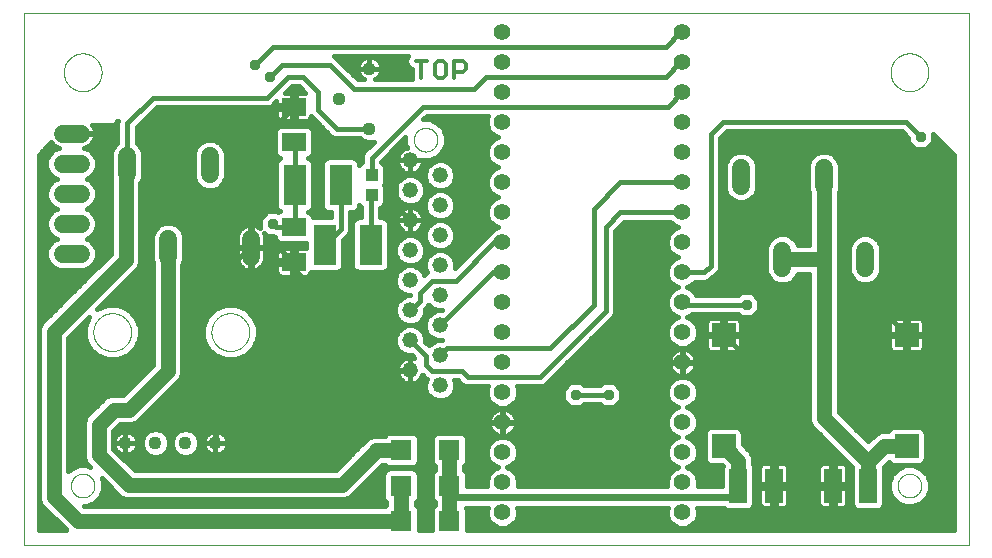
<source format=gtl>
G75*
%MOIN*%
%OFA0B0*%
%FSLAX25Y25*%
%IPPOS*%
%LPD*%
%AMOC8*
5,1,8,0,0,1.08239X$1,22.5*
%
%ADD10C,0.00000*%
%ADD11C,0.01400*%
%ADD12C,0.05543*%
%ADD13C,0.04362*%
%ADD14C,0.05200*%
%ADD15C,0.04400*%
%ADD16C,0.05937*%
%ADD17R,0.07874X0.07874*%
%ADD18R,0.07087X0.06693*%
%ADD19R,0.05906X0.11417*%
%ADD20C,0.06000*%
%ADD21R,0.07480X0.13386*%
%ADD22R,0.07874X0.05906*%
%ADD23R,0.04331X0.03937*%
%ADD24C,0.01600*%
%ADD25OC8,0.03562*%
%ADD26C,0.05000*%
%ADD27C,0.02400*%
D10*
X0010673Y0006013D02*
X0010673Y0183178D01*
X0325634Y0183178D01*
X0325634Y0006013D01*
X0010673Y0006013D01*
X0026421Y0025698D02*
X0026423Y0025823D01*
X0026429Y0025948D01*
X0026439Y0026072D01*
X0026453Y0026196D01*
X0026470Y0026320D01*
X0026492Y0026443D01*
X0026518Y0026565D01*
X0026547Y0026687D01*
X0026580Y0026807D01*
X0026618Y0026926D01*
X0026658Y0027045D01*
X0026703Y0027161D01*
X0026751Y0027276D01*
X0026803Y0027390D01*
X0026859Y0027502D01*
X0026918Y0027612D01*
X0026980Y0027720D01*
X0027046Y0027827D01*
X0027115Y0027931D01*
X0027188Y0028032D01*
X0027263Y0028132D01*
X0027342Y0028229D01*
X0027424Y0028323D01*
X0027509Y0028415D01*
X0027596Y0028504D01*
X0027687Y0028590D01*
X0027780Y0028673D01*
X0027876Y0028754D01*
X0027974Y0028831D01*
X0028074Y0028905D01*
X0028177Y0028976D01*
X0028282Y0029043D01*
X0028390Y0029108D01*
X0028499Y0029168D01*
X0028610Y0029226D01*
X0028723Y0029279D01*
X0028837Y0029329D01*
X0028953Y0029376D01*
X0029070Y0029418D01*
X0029189Y0029457D01*
X0029309Y0029493D01*
X0029430Y0029524D01*
X0029552Y0029552D01*
X0029674Y0029575D01*
X0029798Y0029595D01*
X0029922Y0029611D01*
X0030046Y0029623D01*
X0030171Y0029631D01*
X0030296Y0029635D01*
X0030420Y0029635D01*
X0030545Y0029631D01*
X0030670Y0029623D01*
X0030794Y0029611D01*
X0030918Y0029595D01*
X0031042Y0029575D01*
X0031164Y0029552D01*
X0031286Y0029524D01*
X0031407Y0029493D01*
X0031527Y0029457D01*
X0031646Y0029418D01*
X0031763Y0029376D01*
X0031879Y0029329D01*
X0031993Y0029279D01*
X0032106Y0029226D01*
X0032217Y0029168D01*
X0032327Y0029108D01*
X0032434Y0029043D01*
X0032539Y0028976D01*
X0032642Y0028905D01*
X0032742Y0028831D01*
X0032840Y0028754D01*
X0032936Y0028673D01*
X0033029Y0028590D01*
X0033120Y0028504D01*
X0033207Y0028415D01*
X0033292Y0028323D01*
X0033374Y0028229D01*
X0033453Y0028132D01*
X0033528Y0028032D01*
X0033601Y0027931D01*
X0033670Y0027827D01*
X0033736Y0027720D01*
X0033798Y0027612D01*
X0033857Y0027502D01*
X0033913Y0027390D01*
X0033965Y0027276D01*
X0034013Y0027161D01*
X0034058Y0027045D01*
X0034098Y0026926D01*
X0034136Y0026807D01*
X0034169Y0026687D01*
X0034198Y0026565D01*
X0034224Y0026443D01*
X0034246Y0026320D01*
X0034263Y0026196D01*
X0034277Y0026072D01*
X0034287Y0025948D01*
X0034293Y0025823D01*
X0034295Y0025698D01*
X0034293Y0025573D01*
X0034287Y0025448D01*
X0034277Y0025324D01*
X0034263Y0025200D01*
X0034246Y0025076D01*
X0034224Y0024953D01*
X0034198Y0024831D01*
X0034169Y0024709D01*
X0034136Y0024589D01*
X0034098Y0024470D01*
X0034058Y0024351D01*
X0034013Y0024235D01*
X0033965Y0024120D01*
X0033913Y0024006D01*
X0033857Y0023894D01*
X0033798Y0023784D01*
X0033736Y0023676D01*
X0033670Y0023569D01*
X0033601Y0023465D01*
X0033528Y0023364D01*
X0033453Y0023264D01*
X0033374Y0023167D01*
X0033292Y0023073D01*
X0033207Y0022981D01*
X0033120Y0022892D01*
X0033029Y0022806D01*
X0032936Y0022723D01*
X0032840Y0022642D01*
X0032742Y0022565D01*
X0032642Y0022491D01*
X0032539Y0022420D01*
X0032434Y0022353D01*
X0032326Y0022288D01*
X0032217Y0022228D01*
X0032106Y0022170D01*
X0031993Y0022117D01*
X0031879Y0022067D01*
X0031763Y0022020D01*
X0031646Y0021978D01*
X0031527Y0021939D01*
X0031407Y0021903D01*
X0031286Y0021872D01*
X0031164Y0021844D01*
X0031042Y0021821D01*
X0030918Y0021801D01*
X0030794Y0021785D01*
X0030670Y0021773D01*
X0030545Y0021765D01*
X0030420Y0021761D01*
X0030296Y0021761D01*
X0030171Y0021765D01*
X0030046Y0021773D01*
X0029922Y0021785D01*
X0029798Y0021801D01*
X0029674Y0021821D01*
X0029552Y0021844D01*
X0029430Y0021872D01*
X0029309Y0021903D01*
X0029189Y0021939D01*
X0029070Y0021978D01*
X0028953Y0022020D01*
X0028837Y0022067D01*
X0028723Y0022117D01*
X0028610Y0022170D01*
X0028499Y0022228D01*
X0028389Y0022288D01*
X0028282Y0022353D01*
X0028177Y0022420D01*
X0028074Y0022491D01*
X0027974Y0022565D01*
X0027876Y0022642D01*
X0027780Y0022723D01*
X0027687Y0022806D01*
X0027596Y0022892D01*
X0027509Y0022981D01*
X0027424Y0023073D01*
X0027342Y0023167D01*
X0027263Y0023264D01*
X0027188Y0023364D01*
X0027115Y0023465D01*
X0027046Y0023569D01*
X0026980Y0023676D01*
X0026918Y0023784D01*
X0026859Y0023894D01*
X0026803Y0024006D01*
X0026751Y0024120D01*
X0026703Y0024235D01*
X0026658Y0024351D01*
X0026618Y0024470D01*
X0026580Y0024589D01*
X0026547Y0024709D01*
X0026518Y0024831D01*
X0026492Y0024953D01*
X0026470Y0025076D01*
X0026453Y0025200D01*
X0026439Y0025324D01*
X0026429Y0025448D01*
X0026423Y0025573D01*
X0026421Y0025698D01*
X0033902Y0076879D02*
X0033904Y0077037D01*
X0033910Y0077195D01*
X0033920Y0077353D01*
X0033934Y0077511D01*
X0033952Y0077668D01*
X0033973Y0077825D01*
X0033999Y0077981D01*
X0034029Y0078137D01*
X0034062Y0078292D01*
X0034100Y0078445D01*
X0034141Y0078598D01*
X0034186Y0078750D01*
X0034235Y0078901D01*
X0034288Y0079050D01*
X0034344Y0079198D01*
X0034404Y0079344D01*
X0034468Y0079489D01*
X0034536Y0079632D01*
X0034607Y0079774D01*
X0034681Y0079914D01*
X0034759Y0080051D01*
X0034841Y0080187D01*
X0034925Y0080321D01*
X0035014Y0080452D01*
X0035105Y0080581D01*
X0035200Y0080708D01*
X0035297Y0080833D01*
X0035398Y0080955D01*
X0035502Y0081074D01*
X0035609Y0081191D01*
X0035719Y0081305D01*
X0035832Y0081416D01*
X0035947Y0081525D01*
X0036065Y0081630D01*
X0036186Y0081732D01*
X0036309Y0081832D01*
X0036435Y0081928D01*
X0036563Y0082021D01*
X0036693Y0082111D01*
X0036826Y0082197D01*
X0036961Y0082281D01*
X0037097Y0082360D01*
X0037236Y0082437D01*
X0037377Y0082509D01*
X0037519Y0082579D01*
X0037663Y0082644D01*
X0037809Y0082706D01*
X0037956Y0082764D01*
X0038105Y0082819D01*
X0038255Y0082870D01*
X0038406Y0082917D01*
X0038558Y0082960D01*
X0038711Y0082999D01*
X0038866Y0083035D01*
X0039021Y0083066D01*
X0039177Y0083094D01*
X0039333Y0083118D01*
X0039490Y0083138D01*
X0039648Y0083154D01*
X0039805Y0083166D01*
X0039964Y0083174D01*
X0040122Y0083178D01*
X0040280Y0083178D01*
X0040438Y0083174D01*
X0040597Y0083166D01*
X0040754Y0083154D01*
X0040912Y0083138D01*
X0041069Y0083118D01*
X0041225Y0083094D01*
X0041381Y0083066D01*
X0041536Y0083035D01*
X0041691Y0082999D01*
X0041844Y0082960D01*
X0041996Y0082917D01*
X0042147Y0082870D01*
X0042297Y0082819D01*
X0042446Y0082764D01*
X0042593Y0082706D01*
X0042739Y0082644D01*
X0042883Y0082579D01*
X0043025Y0082509D01*
X0043166Y0082437D01*
X0043305Y0082360D01*
X0043441Y0082281D01*
X0043576Y0082197D01*
X0043709Y0082111D01*
X0043839Y0082021D01*
X0043967Y0081928D01*
X0044093Y0081832D01*
X0044216Y0081732D01*
X0044337Y0081630D01*
X0044455Y0081525D01*
X0044570Y0081416D01*
X0044683Y0081305D01*
X0044793Y0081191D01*
X0044900Y0081074D01*
X0045004Y0080955D01*
X0045105Y0080833D01*
X0045202Y0080708D01*
X0045297Y0080581D01*
X0045388Y0080452D01*
X0045477Y0080321D01*
X0045561Y0080187D01*
X0045643Y0080051D01*
X0045721Y0079914D01*
X0045795Y0079774D01*
X0045866Y0079632D01*
X0045934Y0079489D01*
X0045998Y0079344D01*
X0046058Y0079198D01*
X0046114Y0079050D01*
X0046167Y0078901D01*
X0046216Y0078750D01*
X0046261Y0078598D01*
X0046302Y0078445D01*
X0046340Y0078292D01*
X0046373Y0078137D01*
X0046403Y0077981D01*
X0046429Y0077825D01*
X0046450Y0077668D01*
X0046468Y0077511D01*
X0046482Y0077353D01*
X0046492Y0077195D01*
X0046498Y0077037D01*
X0046500Y0076879D01*
X0046498Y0076721D01*
X0046492Y0076563D01*
X0046482Y0076405D01*
X0046468Y0076247D01*
X0046450Y0076090D01*
X0046429Y0075933D01*
X0046403Y0075777D01*
X0046373Y0075621D01*
X0046340Y0075466D01*
X0046302Y0075313D01*
X0046261Y0075160D01*
X0046216Y0075008D01*
X0046167Y0074857D01*
X0046114Y0074708D01*
X0046058Y0074560D01*
X0045998Y0074414D01*
X0045934Y0074269D01*
X0045866Y0074126D01*
X0045795Y0073984D01*
X0045721Y0073844D01*
X0045643Y0073707D01*
X0045561Y0073571D01*
X0045477Y0073437D01*
X0045388Y0073306D01*
X0045297Y0073177D01*
X0045202Y0073050D01*
X0045105Y0072925D01*
X0045004Y0072803D01*
X0044900Y0072684D01*
X0044793Y0072567D01*
X0044683Y0072453D01*
X0044570Y0072342D01*
X0044455Y0072233D01*
X0044337Y0072128D01*
X0044216Y0072026D01*
X0044093Y0071926D01*
X0043967Y0071830D01*
X0043839Y0071737D01*
X0043709Y0071647D01*
X0043576Y0071561D01*
X0043441Y0071477D01*
X0043305Y0071398D01*
X0043166Y0071321D01*
X0043025Y0071249D01*
X0042883Y0071179D01*
X0042739Y0071114D01*
X0042593Y0071052D01*
X0042446Y0070994D01*
X0042297Y0070939D01*
X0042147Y0070888D01*
X0041996Y0070841D01*
X0041844Y0070798D01*
X0041691Y0070759D01*
X0041536Y0070723D01*
X0041381Y0070692D01*
X0041225Y0070664D01*
X0041069Y0070640D01*
X0040912Y0070620D01*
X0040754Y0070604D01*
X0040597Y0070592D01*
X0040438Y0070584D01*
X0040280Y0070580D01*
X0040122Y0070580D01*
X0039964Y0070584D01*
X0039805Y0070592D01*
X0039648Y0070604D01*
X0039490Y0070620D01*
X0039333Y0070640D01*
X0039177Y0070664D01*
X0039021Y0070692D01*
X0038866Y0070723D01*
X0038711Y0070759D01*
X0038558Y0070798D01*
X0038406Y0070841D01*
X0038255Y0070888D01*
X0038105Y0070939D01*
X0037956Y0070994D01*
X0037809Y0071052D01*
X0037663Y0071114D01*
X0037519Y0071179D01*
X0037377Y0071249D01*
X0037236Y0071321D01*
X0037097Y0071398D01*
X0036961Y0071477D01*
X0036826Y0071561D01*
X0036693Y0071647D01*
X0036563Y0071737D01*
X0036435Y0071830D01*
X0036309Y0071926D01*
X0036186Y0072026D01*
X0036065Y0072128D01*
X0035947Y0072233D01*
X0035832Y0072342D01*
X0035719Y0072453D01*
X0035609Y0072567D01*
X0035502Y0072684D01*
X0035398Y0072803D01*
X0035297Y0072925D01*
X0035200Y0073050D01*
X0035105Y0073177D01*
X0035014Y0073306D01*
X0034925Y0073437D01*
X0034841Y0073571D01*
X0034759Y0073707D01*
X0034681Y0073844D01*
X0034607Y0073984D01*
X0034536Y0074126D01*
X0034468Y0074269D01*
X0034404Y0074414D01*
X0034344Y0074560D01*
X0034288Y0074708D01*
X0034235Y0074857D01*
X0034186Y0075008D01*
X0034141Y0075160D01*
X0034100Y0075313D01*
X0034062Y0075466D01*
X0034029Y0075621D01*
X0033999Y0075777D01*
X0033973Y0075933D01*
X0033952Y0076090D01*
X0033934Y0076247D01*
X0033920Y0076405D01*
X0033910Y0076563D01*
X0033904Y0076721D01*
X0033902Y0076879D01*
X0073272Y0076879D02*
X0073274Y0077037D01*
X0073280Y0077195D01*
X0073290Y0077353D01*
X0073304Y0077511D01*
X0073322Y0077668D01*
X0073343Y0077825D01*
X0073369Y0077981D01*
X0073399Y0078137D01*
X0073432Y0078292D01*
X0073470Y0078445D01*
X0073511Y0078598D01*
X0073556Y0078750D01*
X0073605Y0078901D01*
X0073658Y0079050D01*
X0073714Y0079198D01*
X0073774Y0079344D01*
X0073838Y0079489D01*
X0073906Y0079632D01*
X0073977Y0079774D01*
X0074051Y0079914D01*
X0074129Y0080051D01*
X0074211Y0080187D01*
X0074295Y0080321D01*
X0074384Y0080452D01*
X0074475Y0080581D01*
X0074570Y0080708D01*
X0074667Y0080833D01*
X0074768Y0080955D01*
X0074872Y0081074D01*
X0074979Y0081191D01*
X0075089Y0081305D01*
X0075202Y0081416D01*
X0075317Y0081525D01*
X0075435Y0081630D01*
X0075556Y0081732D01*
X0075679Y0081832D01*
X0075805Y0081928D01*
X0075933Y0082021D01*
X0076063Y0082111D01*
X0076196Y0082197D01*
X0076331Y0082281D01*
X0076467Y0082360D01*
X0076606Y0082437D01*
X0076747Y0082509D01*
X0076889Y0082579D01*
X0077033Y0082644D01*
X0077179Y0082706D01*
X0077326Y0082764D01*
X0077475Y0082819D01*
X0077625Y0082870D01*
X0077776Y0082917D01*
X0077928Y0082960D01*
X0078081Y0082999D01*
X0078236Y0083035D01*
X0078391Y0083066D01*
X0078547Y0083094D01*
X0078703Y0083118D01*
X0078860Y0083138D01*
X0079018Y0083154D01*
X0079175Y0083166D01*
X0079334Y0083174D01*
X0079492Y0083178D01*
X0079650Y0083178D01*
X0079808Y0083174D01*
X0079967Y0083166D01*
X0080124Y0083154D01*
X0080282Y0083138D01*
X0080439Y0083118D01*
X0080595Y0083094D01*
X0080751Y0083066D01*
X0080906Y0083035D01*
X0081061Y0082999D01*
X0081214Y0082960D01*
X0081366Y0082917D01*
X0081517Y0082870D01*
X0081667Y0082819D01*
X0081816Y0082764D01*
X0081963Y0082706D01*
X0082109Y0082644D01*
X0082253Y0082579D01*
X0082395Y0082509D01*
X0082536Y0082437D01*
X0082675Y0082360D01*
X0082811Y0082281D01*
X0082946Y0082197D01*
X0083079Y0082111D01*
X0083209Y0082021D01*
X0083337Y0081928D01*
X0083463Y0081832D01*
X0083586Y0081732D01*
X0083707Y0081630D01*
X0083825Y0081525D01*
X0083940Y0081416D01*
X0084053Y0081305D01*
X0084163Y0081191D01*
X0084270Y0081074D01*
X0084374Y0080955D01*
X0084475Y0080833D01*
X0084572Y0080708D01*
X0084667Y0080581D01*
X0084758Y0080452D01*
X0084847Y0080321D01*
X0084931Y0080187D01*
X0085013Y0080051D01*
X0085091Y0079914D01*
X0085165Y0079774D01*
X0085236Y0079632D01*
X0085304Y0079489D01*
X0085368Y0079344D01*
X0085428Y0079198D01*
X0085484Y0079050D01*
X0085537Y0078901D01*
X0085586Y0078750D01*
X0085631Y0078598D01*
X0085672Y0078445D01*
X0085710Y0078292D01*
X0085743Y0078137D01*
X0085773Y0077981D01*
X0085799Y0077825D01*
X0085820Y0077668D01*
X0085838Y0077511D01*
X0085852Y0077353D01*
X0085862Y0077195D01*
X0085868Y0077037D01*
X0085870Y0076879D01*
X0085868Y0076721D01*
X0085862Y0076563D01*
X0085852Y0076405D01*
X0085838Y0076247D01*
X0085820Y0076090D01*
X0085799Y0075933D01*
X0085773Y0075777D01*
X0085743Y0075621D01*
X0085710Y0075466D01*
X0085672Y0075313D01*
X0085631Y0075160D01*
X0085586Y0075008D01*
X0085537Y0074857D01*
X0085484Y0074708D01*
X0085428Y0074560D01*
X0085368Y0074414D01*
X0085304Y0074269D01*
X0085236Y0074126D01*
X0085165Y0073984D01*
X0085091Y0073844D01*
X0085013Y0073707D01*
X0084931Y0073571D01*
X0084847Y0073437D01*
X0084758Y0073306D01*
X0084667Y0073177D01*
X0084572Y0073050D01*
X0084475Y0072925D01*
X0084374Y0072803D01*
X0084270Y0072684D01*
X0084163Y0072567D01*
X0084053Y0072453D01*
X0083940Y0072342D01*
X0083825Y0072233D01*
X0083707Y0072128D01*
X0083586Y0072026D01*
X0083463Y0071926D01*
X0083337Y0071830D01*
X0083209Y0071737D01*
X0083079Y0071647D01*
X0082946Y0071561D01*
X0082811Y0071477D01*
X0082675Y0071398D01*
X0082536Y0071321D01*
X0082395Y0071249D01*
X0082253Y0071179D01*
X0082109Y0071114D01*
X0081963Y0071052D01*
X0081816Y0070994D01*
X0081667Y0070939D01*
X0081517Y0070888D01*
X0081366Y0070841D01*
X0081214Y0070798D01*
X0081061Y0070759D01*
X0080906Y0070723D01*
X0080751Y0070692D01*
X0080595Y0070664D01*
X0080439Y0070640D01*
X0080282Y0070620D01*
X0080124Y0070604D01*
X0079967Y0070592D01*
X0079808Y0070584D01*
X0079650Y0070580D01*
X0079492Y0070580D01*
X0079334Y0070584D01*
X0079175Y0070592D01*
X0079018Y0070604D01*
X0078860Y0070620D01*
X0078703Y0070640D01*
X0078547Y0070664D01*
X0078391Y0070692D01*
X0078236Y0070723D01*
X0078081Y0070759D01*
X0077928Y0070798D01*
X0077776Y0070841D01*
X0077625Y0070888D01*
X0077475Y0070939D01*
X0077326Y0070994D01*
X0077179Y0071052D01*
X0077033Y0071114D01*
X0076889Y0071179D01*
X0076747Y0071249D01*
X0076606Y0071321D01*
X0076467Y0071398D01*
X0076331Y0071477D01*
X0076196Y0071561D01*
X0076063Y0071647D01*
X0075933Y0071737D01*
X0075805Y0071830D01*
X0075679Y0071926D01*
X0075556Y0072026D01*
X0075435Y0072128D01*
X0075317Y0072233D01*
X0075202Y0072342D01*
X0075089Y0072453D01*
X0074979Y0072567D01*
X0074872Y0072684D01*
X0074768Y0072803D01*
X0074667Y0072925D01*
X0074570Y0073050D01*
X0074475Y0073177D01*
X0074384Y0073306D01*
X0074295Y0073437D01*
X0074211Y0073571D01*
X0074129Y0073707D01*
X0074051Y0073844D01*
X0073977Y0073984D01*
X0073906Y0074126D01*
X0073838Y0074269D01*
X0073774Y0074414D01*
X0073714Y0074560D01*
X0073658Y0074708D01*
X0073605Y0074857D01*
X0073556Y0075008D01*
X0073511Y0075160D01*
X0073470Y0075313D01*
X0073432Y0075466D01*
X0073399Y0075621D01*
X0073369Y0075777D01*
X0073343Y0075933D01*
X0073322Y0076090D01*
X0073304Y0076247D01*
X0073290Y0076405D01*
X0073280Y0076563D01*
X0073274Y0076721D01*
X0073272Y0076879D01*
X0140736Y0141013D02*
X0140738Y0141138D01*
X0140744Y0141263D01*
X0140754Y0141387D01*
X0140768Y0141511D01*
X0140785Y0141635D01*
X0140807Y0141758D01*
X0140833Y0141880D01*
X0140862Y0142002D01*
X0140895Y0142122D01*
X0140933Y0142241D01*
X0140973Y0142360D01*
X0141018Y0142476D01*
X0141066Y0142591D01*
X0141118Y0142705D01*
X0141174Y0142817D01*
X0141233Y0142927D01*
X0141295Y0143035D01*
X0141361Y0143142D01*
X0141430Y0143246D01*
X0141503Y0143347D01*
X0141578Y0143447D01*
X0141657Y0143544D01*
X0141739Y0143638D01*
X0141824Y0143730D01*
X0141911Y0143819D01*
X0142002Y0143905D01*
X0142095Y0143988D01*
X0142191Y0144069D01*
X0142289Y0144146D01*
X0142389Y0144220D01*
X0142492Y0144291D01*
X0142597Y0144358D01*
X0142705Y0144423D01*
X0142814Y0144483D01*
X0142925Y0144541D01*
X0143038Y0144594D01*
X0143152Y0144644D01*
X0143268Y0144691D01*
X0143385Y0144733D01*
X0143504Y0144772D01*
X0143624Y0144808D01*
X0143745Y0144839D01*
X0143867Y0144867D01*
X0143989Y0144890D01*
X0144113Y0144910D01*
X0144237Y0144926D01*
X0144361Y0144938D01*
X0144486Y0144946D01*
X0144611Y0144950D01*
X0144735Y0144950D01*
X0144860Y0144946D01*
X0144985Y0144938D01*
X0145109Y0144926D01*
X0145233Y0144910D01*
X0145357Y0144890D01*
X0145479Y0144867D01*
X0145601Y0144839D01*
X0145722Y0144808D01*
X0145842Y0144772D01*
X0145961Y0144733D01*
X0146078Y0144691D01*
X0146194Y0144644D01*
X0146308Y0144594D01*
X0146421Y0144541D01*
X0146532Y0144483D01*
X0146642Y0144423D01*
X0146749Y0144358D01*
X0146854Y0144291D01*
X0146957Y0144220D01*
X0147057Y0144146D01*
X0147155Y0144069D01*
X0147251Y0143988D01*
X0147344Y0143905D01*
X0147435Y0143819D01*
X0147522Y0143730D01*
X0147607Y0143638D01*
X0147689Y0143544D01*
X0147768Y0143447D01*
X0147843Y0143347D01*
X0147916Y0143246D01*
X0147985Y0143142D01*
X0148051Y0143035D01*
X0148113Y0142927D01*
X0148172Y0142817D01*
X0148228Y0142705D01*
X0148280Y0142591D01*
X0148328Y0142476D01*
X0148373Y0142360D01*
X0148413Y0142241D01*
X0148451Y0142122D01*
X0148484Y0142002D01*
X0148513Y0141880D01*
X0148539Y0141758D01*
X0148561Y0141635D01*
X0148578Y0141511D01*
X0148592Y0141387D01*
X0148602Y0141263D01*
X0148608Y0141138D01*
X0148610Y0141013D01*
X0148608Y0140888D01*
X0148602Y0140763D01*
X0148592Y0140639D01*
X0148578Y0140515D01*
X0148561Y0140391D01*
X0148539Y0140268D01*
X0148513Y0140146D01*
X0148484Y0140024D01*
X0148451Y0139904D01*
X0148413Y0139785D01*
X0148373Y0139666D01*
X0148328Y0139550D01*
X0148280Y0139435D01*
X0148228Y0139321D01*
X0148172Y0139209D01*
X0148113Y0139099D01*
X0148051Y0138991D01*
X0147985Y0138884D01*
X0147916Y0138780D01*
X0147843Y0138679D01*
X0147768Y0138579D01*
X0147689Y0138482D01*
X0147607Y0138388D01*
X0147522Y0138296D01*
X0147435Y0138207D01*
X0147344Y0138121D01*
X0147251Y0138038D01*
X0147155Y0137957D01*
X0147057Y0137880D01*
X0146957Y0137806D01*
X0146854Y0137735D01*
X0146749Y0137668D01*
X0146641Y0137603D01*
X0146532Y0137543D01*
X0146421Y0137485D01*
X0146308Y0137432D01*
X0146194Y0137382D01*
X0146078Y0137335D01*
X0145961Y0137293D01*
X0145842Y0137254D01*
X0145722Y0137218D01*
X0145601Y0137187D01*
X0145479Y0137159D01*
X0145357Y0137136D01*
X0145233Y0137116D01*
X0145109Y0137100D01*
X0144985Y0137088D01*
X0144860Y0137080D01*
X0144735Y0137076D01*
X0144611Y0137076D01*
X0144486Y0137080D01*
X0144361Y0137088D01*
X0144237Y0137100D01*
X0144113Y0137116D01*
X0143989Y0137136D01*
X0143867Y0137159D01*
X0143745Y0137187D01*
X0143624Y0137218D01*
X0143504Y0137254D01*
X0143385Y0137293D01*
X0143268Y0137335D01*
X0143152Y0137382D01*
X0143038Y0137432D01*
X0142925Y0137485D01*
X0142814Y0137543D01*
X0142704Y0137603D01*
X0142597Y0137668D01*
X0142492Y0137735D01*
X0142389Y0137806D01*
X0142289Y0137880D01*
X0142191Y0137957D01*
X0142095Y0138038D01*
X0142002Y0138121D01*
X0141911Y0138207D01*
X0141824Y0138296D01*
X0141739Y0138388D01*
X0141657Y0138482D01*
X0141578Y0138579D01*
X0141503Y0138679D01*
X0141430Y0138780D01*
X0141361Y0138884D01*
X0141295Y0138991D01*
X0141233Y0139099D01*
X0141174Y0139209D01*
X0141118Y0139321D01*
X0141066Y0139435D01*
X0141018Y0139550D01*
X0140973Y0139666D01*
X0140933Y0139785D01*
X0140895Y0139904D01*
X0140862Y0140024D01*
X0140833Y0140146D01*
X0140807Y0140268D01*
X0140785Y0140391D01*
X0140768Y0140515D01*
X0140754Y0140639D01*
X0140744Y0140763D01*
X0140738Y0140888D01*
X0140736Y0141013D01*
X0024059Y0163493D02*
X0024061Y0163651D01*
X0024067Y0163809D01*
X0024077Y0163967D01*
X0024091Y0164125D01*
X0024109Y0164282D01*
X0024130Y0164439D01*
X0024156Y0164595D01*
X0024186Y0164751D01*
X0024219Y0164906D01*
X0024257Y0165059D01*
X0024298Y0165212D01*
X0024343Y0165364D01*
X0024392Y0165515D01*
X0024445Y0165664D01*
X0024501Y0165812D01*
X0024561Y0165958D01*
X0024625Y0166103D01*
X0024693Y0166246D01*
X0024764Y0166388D01*
X0024838Y0166528D01*
X0024916Y0166665D01*
X0024998Y0166801D01*
X0025082Y0166935D01*
X0025171Y0167066D01*
X0025262Y0167195D01*
X0025357Y0167322D01*
X0025454Y0167447D01*
X0025555Y0167569D01*
X0025659Y0167688D01*
X0025766Y0167805D01*
X0025876Y0167919D01*
X0025989Y0168030D01*
X0026104Y0168139D01*
X0026222Y0168244D01*
X0026343Y0168346D01*
X0026466Y0168446D01*
X0026592Y0168542D01*
X0026720Y0168635D01*
X0026850Y0168725D01*
X0026983Y0168811D01*
X0027118Y0168895D01*
X0027254Y0168974D01*
X0027393Y0169051D01*
X0027534Y0169123D01*
X0027676Y0169193D01*
X0027820Y0169258D01*
X0027966Y0169320D01*
X0028113Y0169378D01*
X0028262Y0169433D01*
X0028412Y0169484D01*
X0028563Y0169531D01*
X0028715Y0169574D01*
X0028868Y0169613D01*
X0029023Y0169649D01*
X0029178Y0169680D01*
X0029334Y0169708D01*
X0029490Y0169732D01*
X0029647Y0169752D01*
X0029805Y0169768D01*
X0029962Y0169780D01*
X0030121Y0169788D01*
X0030279Y0169792D01*
X0030437Y0169792D01*
X0030595Y0169788D01*
X0030754Y0169780D01*
X0030911Y0169768D01*
X0031069Y0169752D01*
X0031226Y0169732D01*
X0031382Y0169708D01*
X0031538Y0169680D01*
X0031693Y0169649D01*
X0031848Y0169613D01*
X0032001Y0169574D01*
X0032153Y0169531D01*
X0032304Y0169484D01*
X0032454Y0169433D01*
X0032603Y0169378D01*
X0032750Y0169320D01*
X0032896Y0169258D01*
X0033040Y0169193D01*
X0033182Y0169123D01*
X0033323Y0169051D01*
X0033462Y0168974D01*
X0033598Y0168895D01*
X0033733Y0168811D01*
X0033866Y0168725D01*
X0033996Y0168635D01*
X0034124Y0168542D01*
X0034250Y0168446D01*
X0034373Y0168346D01*
X0034494Y0168244D01*
X0034612Y0168139D01*
X0034727Y0168030D01*
X0034840Y0167919D01*
X0034950Y0167805D01*
X0035057Y0167688D01*
X0035161Y0167569D01*
X0035262Y0167447D01*
X0035359Y0167322D01*
X0035454Y0167195D01*
X0035545Y0167066D01*
X0035634Y0166935D01*
X0035718Y0166801D01*
X0035800Y0166665D01*
X0035878Y0166528D01*
X0035952Y0166388D01*
X0036023Y0166246D01*
X0036091Y0166103D01*
X0036155Y0165958D01*
X0036215Y0165812D01*
X0036271Y0165664D01*
X0036324Y0165515D01*
X0036373Y0165364D01*
X0036418Y0165212D01*
X0036459Y0165059D01*
X0036497Y0164906D01*
X0036530Y0164751D01*
X0036560Y0164595D01*
X0036586Y0164439D01*
X0036607Y0164282D01*
X0036625Y0164125D01*
X0036639Y0163967D01*
X0036649Y0163809D01*
X0036655Y0163651D01*
X0036657Y0163493D01*
X0036655Y0163335D01*
X0036649Y0163177D01*
X0036639Y0163019D01*
X0036625Y0162861D01*
X0036607Y0162704D01*
X0036586Y0162547D01*
X0036560Y0162391D01*
X0036530Y0162235D01*
X0036497Y0162080D01*
X0036459Y0161927D01*
X0036418Y0161774D01*
X0036373Y0161622D01*
X0036324Y0161471D01*
X0036271Y0161322D01*
X0036215Y0161174D01*
X0036155Y0161028D01*
X0036091Y0160883D01*
X0036023Y0160740D01*
X0035952Y0160598D01*
X0035878Y0160458D01*
X0035800Y0160321D01*
X0035718Y0160185D01*
X0035634Y0160051D01*
X0035545Y0159920D01*
X0035454Y0159791D01*
X0035359Y0159664D01*
X0035262Y0159539D01*
X0035161Y0159417D01*
X0035057Y0159298D01*
X0034950Y0159181D01*
X0034840Y0159067D01*
X0034727Y0158956D01*
X0034612Y0158847D01*
X0034494Y0158742D01*
X0034373Y0158640D01*
X0034250Y0158540D01*
X0034124Y0158444D01*
X0033996Y0158351D01*
X0033866Y0158261D01*
X0033733Y0158175D01*
X0033598Y0158091D01*
X0033462Y0158012D01*
X0033323Y0157935D01*
X0033182Y0157863D01*
X0033040Y0157793D01*
X0032896Y0157728D01*
X0032750Y0157666D01*
X0032603Y0157608D01*
X0032454Y0157553D01*
X0032304Y0157502D01*
X0032153Y0157455D01*
X0032001Y0157412D01*
X0031848Y0157373D01*
X0031693Y0157337D01*
X0031538Y0157306D01*
X0031382Y0157278D01*
X0031226Y0157254D01*
X0031069Y0157234D01*
X0030911Y0157218D01*
X0030754Y0157206D01*
X0030595Y0157198D01*
X0030437Y0157194D01*
X0030279Y0157194D01*
X0030121Y0157198D01*
X0029962Y0157206D01*
X0029805Y0157218D01*
X0029647Y0157234D01*
X0029490Y0157254D01*
X0029334Y0157278D01*
X0029178Y0157306D01*
X0029023Y0157337D01*
X0028868Y0157373D01*
X0028715Y0157412D01*
X0028563Y0157455D01*
X0028412Y0157502D01*
X0028262Y0157553D01*
X0028113Y0157608D01*
X0027966Y0157666D01*
X0027820Y0157728D01*
X0027676Y0157793D01*
X0027534Y0157863D01*
X0027393Y0157935D01*
X0027254Y0158012D01*
X0027118Y0158091D01*
X0026983Y0158175D01*
X0026850Y0158261D01*
X0026720Y0158351D01*
X0026592Y0158444D01*
X0026466Y0158540D01*
X0026343Y0158640D01*
X0026222Y0158742D01*
X0026104Y0158847D01*
X0025989Y0158956D01*
X0025876Y0159067D01*
X0025766Y0159181D01*
X0025659Y0159298D01*
X0025555Y0159417D01*
X0025454Y0159539D01*
X0025357Y0159664D01*
X0025262Y0159791D01*
X0025171Y0159920D01*
X0025082Y0160051D01*
X0024998Y0160185D01*
X0024916Y0160321D01*
X0024838Y0160458D01*
X0024764Y0160598D01*
X0024693Y0160740D01*
X0024625Y0160883D01*
X0024561Y0161028D01*
X0024501Y0161174D01*
X0024445Y0161322D01*
X0024392Y0161471D01*
X0024343Y0161622D01*
X0024298Y0161774D01*
X0024257Y0161927D01*
X0024219Y0162080D01*
X0024186Y0162235D01*
X0024156Y0162391D01*
X0024130Y0162547D01*
X0024109Y0162704D01*
X0024091Y0162861D01*
X0024077Y0163019D01*
X0024067Y0163177D01*
X0024061Y0163335D01*
X0024059Y0163493D01*
X0299650Y0163493D02*
X0299652Y0163651D01*
X0299658Y0163809D01*
X0299668Y0163967D01*
X0299682Y0164125D01*
X0299700Y0164282D01*
X0299721Y0164439D01*
X0299747Y0164595D01*
X0299777Y0164751D01*
X0299810Y0164906D01*
X0299848Y0165059D01*
X0299889Y0165212D01*
X0299934Y0165364D01*
X0299983Y0165515D01*
X0300036Y0165664D01*
X0300092Y0165812D01*
X0300152Y0165958D01*
X0300216Y0166103D01*
X0300284Y0166246D01*
X0300355Y0166388D01*
X0300429Y0166528D01*
X0300507Y0166665D01*
X0300589Y0166801D01*
X0300673Y0166935D01*
X0300762Y0167066D01*
X0300853Y0167195D01*
X0300948Y0167322D01*
X0301045Y0167447D01*
X0301146Y0167569D01*
X0301250Y0167688D01*
X0301357Y0167805D01*
X0301467Y0167919D01*
X0301580Y0168030D01*
X0301695Y0168139D01*
X0301813Y0168244D01*
X0301934Y0168346D01*
X0302057Y0168446D01*
X0302183Y0168542D01*
X0302311Y0168635D01*
X0302441Y0168725D01*
X0302574Y0168811D01*
X0302709Y0168895D01*
X0302845Y0168974D01*
X0302984Y0169051D01*
X0303125Y0169123D01*
X0303267Y0169193D01*
X0303411Y0169258D01*
X0303557Y0169320D01*
X0303704Y0169378D01*
X0303853Y0169433D01*
X0304003Y0169484D01*
X0304154Y0169531D01*
X0304306Y0169574D01*
X0304459Y0169613D01*
X0304614Y0169649D01*
X0304769Y0169680D01*
X0304925Y0169708D01*
X0305081Y0169732D01*
X0305238Y0169752D01*
X0305396Y0169768D01*
X0305553Y0169780D01*
X0305712Y0169788D01*
X0305870Y0169792D01*
X0306028Y0169792D01*
X0306186Y0169788D01*
X0306345Y0169780D01*
X0306502Y0169768D01*
X0306660Y0169752D01*
X0306817Y0169732D01*
X0306973Y0169708D01*
X0307129Y0169680D01*
X0307284Y0169649D01*
X0307439Y0169613D01*
X0307592Y0169574D01*
X0307744Y0169531D01*
X0307895Y0169484D01*
X0308045Y0169433D01*
X0308194Y0169378D01*
X0308341Y0169320D01*
X0308487Y0169258D01*
X0308631Y0169193D01*
X0308773Y0169123D01*
X0308914Y0169051D01*
X0309053Y0168974D01*
X0309189Y0168895D01*
X0309324Y0168811D01*
X0309457Y0168725D01*
X0309587Y0168635D01*
X0309715Y0168542D01*
X0309841Y0168446D01*
X0309964Y0168346D01*
X0310085Y0168244D01*
X0310203Y0168139D01*
X0310318Y0168030D01*
X0310431Y0167919D01*
X0310541Y0167805D01*
X0310648Y0167688D01*
X0310752Y0167569D01*
X0310853Y0167447D01*
X0310950Y0167322D01*
X0311045Y0167195D01*
X0311136Y0167066D01*
X0311225Y0166935D01*
X0311309Y0166801D01*
X0311391Y0166665D01*
X0311469Y0166528D01*
X0311543Y0166388D01*
X0311614Y0166246D01*
X0311682Y0166103D01*
X0311746Y0165958D01*
X0311806Y0165812D01*
X0311862Y0165664D01*
X0311915Y0165515D01*
X0311964Y0165364D01*
X0312009Y0165212D01*
X0312050Y0165059D01*
X0312088Y0164906D01*
X0312121Y0164751D01*
X0312151Y0164595D01*
X0312177Y0164439D01*
X0312198Y0164282D01*
X0312216Y0164125D01*
X0312230Y0163967D01*
X0312240Y0163809D01*
X0312246Y0163651D01*
X0312248Y0163493D01*
X0312246Y0163335D01*
X0312240Y0163177D01*
X0312230Y0163019D01*
X0312216Y0162861D01*
X0312198Y0162704D01*
X0312177Y0162547D01*
X0312151Y0162391D01*
X0312121Y0162235D01*
X0312088Y0162080D01*
X0312050Y0161927D01*
X0312009Y0161774D01*
X0311964Y0161622D01*
X0311915Y0161471D01*
X0311862Y0161322D01*
X0311806Y0161174D01*
X0311746Y0161028D01*
X0311682Y0160883D01*
X0311614Y0160740D01*
X0311543Y0160598D01*
X0311469Y0160458D01*
X0311391Y0160321D01*
X0311309Y0160185D01*
X0311225Y0160051D01*
X0311136Y0159920D01*
X0311045Y0159791D01*
X0310950Y0159664D01*
X0310853Y0159539D01*
X0310752Y0159417D01*
X0310648Y0159298D01*
X0310541Y0159181D01*
X0310431Y0159067D01*
X0310318Y0158956D01*
X0310203Y0158847D01*
X0310085Y0158742D01*
X0309964Y0158640D01*
X0309841Y0158540D01*
X0309715Y0158444D01*
X0309587Y0158351D01*
X0309457Y0158261D01*
X0309324Y0158175D01*
X0309189Y0158091D01*
X0309053Y0158012D01*
X0308914Y0157935D01*
X0308773Y0157863D01*
X0308631Y0157793D01*
X0308487Y0157728D01*
X0308341Y0157666D01*
X0308194Y0157608D01*
X0308045Y0157553D01*
X0307895Y0157502D01*
X0307744Y0157455D01*
X0307592Y0157412D01*
X0307439Y0157373D01*
X0307284Y0157337D01*
X0307129Y0157306D01*
X0306973Y0157278D01*
X0306817Y0157254D01*
X0306660Y0157234D01*
X0306502Y0157218D01*
X0306345Y0157206D01*
X0306186Y0157198D01*
X0306028Y0157194D01*
X0305870Y0157194D01*
X0305712Y0157198D01*
X0305553Y0157206D01*
X0305396Y0157218D01*
X0305238Y0157234D01*
X0305081Y0157254D01*
X0304925Y0157278D01*
X0304769Y0157306D01*
X0304614Y0157337D01*
X0304459Y0157373D01*
X0304306Y0157412D01*
X0304154Y0157455D01*
X0304003Y0157502D01*
X0303853Y0157553D01*
X0303704Y0157608D01*
X0303557Y0157666D01*
X0303411Y0157728D01*
X0303267Y0157793D01*
X0303125Y0157863D01*
X0302984Y0157935D01*
X0302845Y0158012D01*
X0302709Y0158091D01*
X0302574Y0158175D01*
X0302441Y0158261D01*
X0302311Y0158351D01*
X0302183Y0158444D01*
X0302057Y0158540D01*
X0301934Y0158640D01*
X0301813Y0158742D01*
X0301695Y0158847D01*
X0301580Y0158956D01*
X0301467Y0159067D01*
X0301357Y0159181D01*
X0301250Y0159298D01*
X0301146Y0159417D01*
X0301045Y0159539D01*
X0300948Y0159664D01*
X0300853Y0159791D01*
X0300762Y0159920D01*
X0300673Y0160051D01*
X0300589Y0160185D01*
X0300507Y0160321D01*
X0300429Y0160458D01*
X0300355Y0160598D01*
X0300284Y0160740D01*
X0300216Y0160883D01*
X0300152Y0161028D01*
X0300092Y0161174D01*
X0300036Y0161322D01*
X0299983Y0161471D01*
X0299934Y0161622D01*
X0299889Y0161774D01*
X0299848Y0161927D01*
X0299810Y0162080D01*
X0299777Y0162235D01*
X0299747Y0162391D01*
X0299721Y0162547D01*
X0299700Y0162704D01*
X0299682Y0162861D01*
X0299668Y0163019D01*
X0299658Y0163177D01*
X0299652Y0163335D01*
X0299650Y0163493D01*
X0302012Y0025698D02*
X0302014Y0025823D01*
X0302020Y0025948D01*
X0302030Y0026072D01*
X0302044Y0026196D01*
X0302061Y0026320D01*
X0302083Y0026443D01*
X0302109Y0026565D01*
X0302138Y0026687D01*
X0302171Y0026807D01*
X0302209Y0026926D01*
X0302249Y0027045D01*
X0302294Y0027161D01*
X0302342Y0027276D01*
X0302394Y0027390D01*
X0302450Y0027502D01*
X0302509Y0027612D01*
X0302571Y0027720D01*
X0302637Y0027827D01*
X0302706Y0027931D01*
X0302779Y0028032D01*
X0302854Y0028132D01*
X0302933Y0028229D01*
X0303015Y0028323D01*
X0303100Y0028415D01*
X0303187Y0028504D01*
X0303278Y0028590D01*
X0303371Y0028673D01*
X0303467Y0028754D01*
X0303565Y0028831D01*
X0303665Y0028905D01*
X0303768Y0028976D01*
X0303873Y0029043D01*
X0303981Y0029108D01*
X0304090Y0029168D01*
X0304201Y0029226D01*
X0304314Y0029279D01*
X0304428Y0029329D01*
X0304544Y0029376D01*
X0304661Y0029418D01*
X0304780Y0029457D01*
X0304900Y0029493D01*
X0305021Y0029524D01*
X0305143Y0029552D01*
X0305265Y0029575D01*
X0305389Y0029595D01*
X0305513Y0029611D01*
X0305637Y0029623D01*
X0305762Y0029631D01*
X0305887Y0029635D01*
X0306011Y0029635D01*
X0306136Y0029631D01*
X0306261Y0029623D01*
X0306385Y0029611D01*
X0306509Y0029595D01*
X0306633Y0029575D01*
X0306755Y0029552D01*
X0306877Y0029524D01*
X0306998Y0029493D01*
X0307118Y0029457D01*
X0307237Y0029418D01*
X0307354Y0029376D01*
X0307470Y0029329D01*
X0307584Y0029279D01*
X0307697Y0029226D01*
X0307808Y0029168D01*
X0307918Y0029108D01*
X0308025Y0029043D01*
X0308130Y0028976D01*
X0308233Y0028905D01*
X0308333Y0028831D01*
X0308431Y0028754D01*
X0308527Y0028673D01*
X0308620Y0028590D01*
X0308711Y0028504D01*
X0308798Y0028415D01*
X0308883Y0028323D01*
X0308965Y0028229D01*
X0309044Y0028132D01*
X0309119Y0028032D01*
X0309192Y0027931D01*
X0309261Y0027827D01*
X0309327Y0027720D01*
X0309389Y0027612D01*
X0309448Y0027502D01*
X0309504Y0027390D01*
X0309556Y0027276D01*
X0309604Y0027161D01*
X0309649Y0027045D01*
X0309689Y0026926D01*
X0309727Y0026807D01*
X0309760Y0026687D01*
X0309789Y0026565D01*
X0309815Y0026443D01*
X0309837Y0026320D01*
X0309854Y0026196D01*
X0309868Y0026072D01*
X0309878Y0025948D01*
X0309884Y0025823D01*
X0309886Y0025698D01*
X0309884Y0025573D01*
X0309878Y0025448D01*
X0309868Y0025324D01*
X0309854Y0025200D01*
X0309837Y0025076D01*
X0309815Y0024953D01*
X0309789Y0024831D01*
X0309760Y0024709D01*
X0309727Y0024589D01*
X0309689Y0024470D01*
X0309649Y0024351D01*
X0309604Y0024235D01*
X0309556Y0024120D01*
X0309504Y0024006D01*
X0309448Y0023894D01*
X0309389Y0023784D01*
X0309327Y0023676D01*
X0309261Y0023569D01*
X0309192Y0023465D01*
X0309119Y0023364D01*
X0309044Y0023264D01*
X0308965Y0023167D01*
X0308883Y0023073D01*
X0308798Y0022981D01*
X0308711Y0022892D01*
X0308620Y0022806D01*
X0308527Y0022723D01*
X0308431Y0022642D01*
X0308333Y0022565D01*
X0308233Y0022491D01*
X0308130Y0022420D01*
X0308025Y0022353D01*
X0307917Y0022288D01*
X0307808Y0022228D01*
X0307697Y0022170D01*
X0307584Y0022117D01*
X0307470Y0022067D01*
X0307354Y0022020D01*
X0307237Y0021978D01*
X0307118Y0021939D01*
X0306998Y0021903D01*
X0306877Y0021872D01*
X0306755Y0021844D01*
X0306633Y0021821D01*
X0306509Y0021801D01*
X0306385Y0021785D01*
X0306261Y0021773D01*
X0306136Y0021765D01*
X0306011Y0021761D01*
X0305887Y0021761D01*
X0305762Y0021765D01*
X0305637Y0021773D01*
X0305513Y0021785D01*
X0305389Y0021801D01*
X0305265Y0021821D01*
X0305143Y0021844D01*
X0305021Y0021872D01*
X0304900Y0021903D01*
X0304780Y0021939D01*
X0304661Y0021978D01*
X0304544Y0022020D01*
X0304428Y0022067D01*
X0304314Y0022117D01*
X0304201Y0022170D01*
X0304090Y0022228D01*
X0303980Y0022288D01*
X0303873Y0022353D01*
X0303768Y0022420D01*
X0303665Y0022491D01*
X0303565Y0022565D01*
X0303467Y0022642D01*
X0303371Y0022723D01*
X0303278Y0022806D01*
X0303187Y0022892D01*
X0303100Y0022981D01*
X0303015Y0023073D01*
X0302933Y0023167D01*
X0302854Y0023264D01*
X0302779Y0023364D01*
X0302706Y0023465D01*
X0302637Y0023569D01*
X0302571Y0023676D01*
X0302509Y0023784D01*
X0302450Y0023894D01*
X0302394Y0024006D01*
X0302342Y0024120D01*
X0302294Y0024235D01*
X0302249Y0024351D01*
X0302209Y0024470D01*
X0302171Y0024589D01*
X0302138Y0024709D01*
X0302109Y0024831D01*
X0302083Y0024953D01*
X0302061Y0025076D01*
X0302044Y0025200D01*
X0302030Y0025324D01*
X0302020Y0025448D01*
X0302014Y0025573D01*
X0302012Y0025698D01*
D11*
X0154264Y0161713D02*
X0154264Y0167317D01*
X0157067Y0167317D01*
X0158001Y0166383D01*
X0158001Y0164515D01*
X0157067Y0163581D01*
X0154264Y0163581D01*
X0151555Y0162647D02*
X0151555Y0166383D01*
X0150621Y0167317D01*
X0148753Y0167317D01*
X0147819Y0166383D01*
X0147819Y0162647D01*
X0148753Y0161713D01*
X0150621Y0161713D01*
X0151555Y0162647D01*
X0145110Y0167317D02*
X0141373Y0167317D01*
X0143241Y0167317D02*
X0143241Y0161713D01*
D12*
X0170280Y0156800D03*
X0170280Y0146800D03*
X0170280Y0136800D03*
X0170280Y0126800D03*
X0170280Y0116800D03*
X0170280Y0106800D03*
X0170280Y0096800D03*
X0170280Y0086800D03*
X0170280Y0076800D03*
X0170280Y0066800D03*
X0170280Y0056800D03*
X0170280Y0046800D03*
X0170280Y0036800D03*
X0170280Y0026800D03*
X0170280Y0016800D03*
X0230280Y0016800D03*
X0230280Y0026800D03*
X0230280Y0036800D03*
X0230280Y0046800D03*
X0230280Y0056800D03*
X0230280Y0066800D03*
X0230280Y0076800D03*
X0230280Y0086800D03*
X0230280Y0096800D03*
X0230280Y0106800D03*
X0230280Y0116800D03*
X0230280Y0126800D03*
X0230280Y0136800D03*
X0230280Y0146800D03*
X0230280Y0156800D03*
X0230280Y0166800D03*
X0230280Y0176800D03*
X0170280Y0176800D03*
X0170280Y0166800D03*
D13*
X0074571Y0039910D03*
X0064571Y0039910D03*
X0054571Y0039910D03*
X0044571Y0039910D03*
D14*
X0139531Y0064127D03*
X0149531Y0069127D03*
X0139531Y0074127D03*
X0149531Y0079127D03*
X0139531Y0084127D03*
X0149531Y0089127D03*
X0139531Y0094127D03*
X0149531Y0099127D03*
X0139531Y0104127D03*
X0149531Y0109127D03*
X0139531Y0114127D03*
X0149531Y0119127D03*
X0139531Y0124127D03*
X0149531Y0129127D03*
X0139531Y0134127D03*
X0149531Y0059127D03*
D15*
X0125957Y0144706D03*
X0115957Y0154706D03*
X0125957Y0164706D03*
D16*
X0072681Y0135556D02*
X0072681Y0129619D01*
X0045122Y0129619D02*
X0045122Y0135556D01*
X0058902Y0107997D02*
X0058902Y0102060D01*
X0086461Y0102060D02*
X0086461Y0107997D01*
X0249846Y0125682D02*
X0249846Y0131619D01*
X0277406Y0131619D02*
X0277406Y0125682D01*
X0291185Y0104060D02*
X0291185Y0098123D01*
X0263626Y0098123D02*
X0263626Y0104060D01*
D17*
X0243984Y0075891D03*
X0243984Y0038891D03*
X0304984Y0038891D03*
X0304984Y0075891D03*
D18*
X0152602Y0037509D03*
X0136461Y0037509D03*
X0136461Y0025698D03*
X0152602Y0025698D03*
X0152602Y0013887D03*
X0136461Y0013887D03*
D19*
X0248862Y0025698D03*
X0260673Y0025698D03*
X0280358Y0025698D03*
X0292169Y0025698D03*
D20*
X0029673Y0103013D02*
X0023673Y0103013D01*
X0023673Y0113013D02*
X0029673Y0113013D01*
X0029673Y0123013D02*
X0023673Y0123013D01*
X0023673Y0133013D02*
X0029673Y0133013D01*
X0029673Y0143013D02*
X0023673Y0143013D01*
D21*
X0100996Y0126013D03*
X0116350Y0126013D03*
X0110996Y0106013D03*
X0126350Y0106013D03*
D22*
X0100673Y0111918D03*
X0100673Y0100107D03*
X0100673Y0140107D03*
X0100673Y0151918D03*
D23*
X0126673Y0129359D03*
X0126673Y0122666D03*
D24*
X0126350Y0122343D01*
X0126350Y0106013D01*
X0120210Y0106719D02*
X0117136Y0106719D01*
X0117136Y0107627D02*
X0118163Y0108654D01*
X0119063Y0109554D01*
X0119550Y0110730D01*
X0119550Y0116920D01*
X0120568Y0116920D01*
X0121450Y0117285D01*
X0122125Y0117960D01*
X0122491Y0118842D01*
X0122491Y0119321D01*
X0123148Y0118663D01*
X0123150Y0118662D01*
X0123150Y0115105D01*
X0122133Y0115105D01*
X0121251Y0114740D01*
X0120576Y0114065D01*
X0120210Y0113183D01*
X0120210Y0098842D01*
X0120576Y0097960D01*
X0121251Y0097285D01*
X0122133Y0096920D01*
X0130568Y0096920D01*
X0131450Y0097285D01*
X0132125Y0097960D01*
X0132491Y0098842D01*
X0132491Y0113183D01*
X0132125Y0114065D01*
X0131450Y0114740D01*
X0130568Y0115105D01*
X0129550Y0115105D01*
X0129550Y0118395D01*
X0130198Y0118663D01*
X0130873Y0119338D01*
X0131239Y0120220D01*
X0131239Y0125112D01*
X0130873Y0125994D01*
X0130855Y0126013D01*
X0130873Y0126031D01*
X0131239Y0126913D01*
X0131239Y0131805D01*
X0130873Y0132687D01*
X0130198Y0133362D01*
X0129873Y0133497D01*
X0129873Y0133687D01*
X0137936Y0141750D01*
X0137936Y0139673D01*
X0138461Y0138405D01*
X0137842Y0138204D01*
X0137225Y0137890D01*
X0136665Y0137483D01*
X0136175Y0136993D01*
X0135768Y0136433D01*
X0135454Y0135816D01*
X0135240Y0135157D01*
X0135131Y0134473D01*
X0135131Y0134127D01*
X0139531Y0134127D01*
X0139531Y0134127D01*
X0135131Y0134127D01*
X0135131Y0133780D01*
X0135240Y0133096D01*
X0135454Y0132438D01*
X0135768Y0131821D01*
X0136175Y0131260D01*
X0136665Y0130771D01*
X0137225Y0130364D01*
X0137842Y0130049D01*
X0138501Y0129835D01*
X0139185Y0129727D01*
X0139531Y0129727D01*
X0139531Y0134127D01*
X0134787Y0134127D01*
X0134787Y0118871D01*
X0133673Y0117757D01*
X0133673Y0094013D01*
X0130673Y0091013D01*
X0107673Y0091013D01*
X0100673Y0098013D01*
X0100673Y0100107D01*
X0095752Y0105028D01*
X0086461Y0105028D01*
X0086461Y0140225D01*
X0085673Y0141013D01*
X0089768Y0141013D01*
X0100673Y0151918D01*
X0100673Y0158013D01*
X0099999Y0158813D02*
X0102348Y0158813D01*
X0104489Y0156671D01*
X0101350Y0156671D01*
X0101350Y0152595D01*
X0099997Y0152595D01*
X0099997Y0156671D01*
X0097857Y0156671D01*
X0099999Y0158813D01*
X0099057Y0157871D02*
X0103289Y0157871D01*
X0101350Y0156273D02*
X0099997Y0156273D01*
X0099997Y0154674D02*
X0101350Y0154674D01*
X0101350Y0153076D02*
X0099997Y0153076D01*
X0099997Y0152594D02*
X0099997Y0151242D01*
X0094936Y0151242D01*
X0094936Y0148728D01*
X0095059Y0148271D01*
X0095296Y0147860D01*
X0095631Y0147525D01*
X0096041Y0147288D01*
X0096499Y0147165D01*
X0099997Y0147165D01*
X0099997Y0151242D01*
X0101350Y0151242D01*
X0101350Y0147165D01*
X0104847Y0147165D01*
X0105305Y0147288D01*
X0105715Y0147525D01*
X0106051Y0147860D01*
X0106288Y0148271D01*
X0106410Y0148728D01*
X0106410Y0148750D01*
X0112267Y0142893D01*
X0113168Y0141993D01*
X0114344Y0141506D01*
X0122651Y0141506D01*
X0123351Y0140806D01*
X0125042Y0140106D01*
X0126872Y0140106D01*
X0127502Y0140366D01*
X0123960Y0136825D01*
X0123473Y0135649D01*
X0123473Y0133497D01*
X0123148Y0133362D01*
X0122491Y0132704D01*
X0122491Y0133183D01*
X0122125Y0134065D01*
X0121450Y0134740D01*
X0120568Y0135105D01*
X0112133Y0135105D01*
X0111251Y0134740D01*
X0110576Y0134065D01*
X0110210Y0133183D01*
X0110210Y0118842D01*
X0110576Y0117960D01*
X0111251Y0117285D01*
X0112133Y0116920D01*
X0113150Y0116920D01*
X0113150Y0115105D01*
X0107010Y0115105D01*
X0107010Y0115348D01*
X0106645Y0116230D01*
X0105970Y0116905D01*
X0105574Y0117069D01*
X0106096Y0117285D01*
X0106771Y0117960D01*
X0107136Y0118842D01*
X0107136Y0133183D01*
X0106771Y0134065D01*
X0106096Y0134740D01*
X0105574Y0134956D01*
X0105970Y0135120D01*
X0106645Y0135795D01*
X0107010Y0136677D01*
X0107010Y0143537D01*
X0106645Y0144419D01*
X0105970Y0145094D01*
X0105088Y0145460D01*
X0096259Y0145460D01*
X0095377Y0145094D01*
X0094702Y0144419D01*
X0094336Y0143537D01*
X0094336Y0136677D01*
X0094702Y0135795D01*
X0095377Y0135120D01*
X0096095Y0134822D01*
X0095896Y0134740D01*
X0095221Y0134065D01*
X0094856Y0133183D01*
X0094856Y0118842D01*
X0095221Y0117960D01*
X0095896Y0117285D01*
X0096095Y0117203D01*
X0095601Y0116998D01*
X0095405Y0117194D01*
X0091941Y0117194D01*
X0089492Y0114744D01*
X0089492Y0111689D01*
X0088960Y0112075D01*
X0088291Y0112416D01*
X0087577Y0112648D01*
X0086836Y0112765D01*
X0086645Y0112765D01*
X0086645Y0105213D01*
X0086276Y0105213D01*
X0086276Y0112765D01*
X0086085Y0112765D01*
X0085344Y0112648D01*
X0084630Y0112416D01*
X0083961Y0112075D01*
X0083354Y0111634D01*
X0082823Y0111103D01*
X0082382Y0110496D01*
X0082041Y0109827D01*
X0081810Y0109113D01*
X0081692Y0108372D01*
X0081692Y0105213D01*
X0086276Y0105213D01*
X0086276Y0104844D01*
X0081692Y0104844D01*
X0081692Y0101685D01*
X0081810Y0100943D01*
X0082041Y0100229D01*
X0082382Y0099561D01*
X0082823Y0098953D01*
X0083354Y0098423D01*
X0083961Y0097981D01*
X0084630Y0097641D01*
X0085344Y0097409D01*
X0086085Y0097291D01*
X0086276Y0097291D01*
X0086276Y0104844D01*
X0086645Y0104844D01*
X0086645Y0105213D01*
X0091229Y0105213D01*
X0091229Y0108372D01*
X0091112Y0109113D01*
X0090880Y0109827D01*
X0090811Y0109961D01*
X0091941Y0108831D01*
X0093857Y0108831D01*
X0094131Y0108718D01*
X0094336Y0108718D01*
X0094336Y0108488D01*
X0094702Y0107606D01*
X0095377Y0106931D01*
X0096259Y0106565D01*
X0104856Y0106565D01*
X0104856Y0104857D01*
X0104847Y0104860D01*
X0101350Y0104860D01*
X0101350Y0100784D01*
X0099997Y0100784D01*
X0099997Y0104860D01*
X0096499Y0104860D01*
X0096041Y0104737D01*
X0095631Y0104500D01*
X0095296Y0104165D01*
X0095059Y0103755D01*
X0094936Y0103297D01*
X0094936Y0100783D01*
X0099997Y0100783D01*
X0099997Y0099431D01*
X0094936Y0099431D01*
X0094936Y0096917D01*
X0095059Y0096460D01*
X0095296Y0096049D01*
X0095631Y0095714D01*
X0096041Y0095477D01*
X0096499Y0095354D01*
X0099997Y0095354D01*
X0099997Y0099431D01*
X0101350Y0099431D01*
X0101350Y0095354D01*
X0104847Y0095354D01*
X0105305Y0095477D01*
X0105715Y0095714D01*
X0106051Y0096049D01*
X0106288Y0096460D01*
X0106410Y0096917D01*
X0106410Y0097072D01*
X0106779Y0096920D01*
X0115214Y0096920D01*
X0116096Y0097285D01*
X0116771Y0097960D01*
X0117136Y0098842D01*
X0117136Y0107627D01*
X0117826Y0108317D02*
X0120210Y0108317D01*
X0120210Y0109916D02*
X0119213Y0109916D01*
X0119550Y0111514D02*
X0120210Y0111514D01*
X0120210Y0113113D02*
X0119550Y0113113D01*
X0119550Y0114711D02*
X0121222Y0114711D01*
X0119550Y0116310D02*
X0123150Y0116310D01*
X0123150Y0117908D02*
X0122073Y0117908D01*
X0129550Y0117908D02*
X0137262Y0117908D01*
X0137225Y0117890D02*
X0136665Y0117483D01*
X0136175Y0116993D01*
X0135768Y0116433D01*
X0135454Y0115816D01*
X0135240Y0115157D01*
X0135131Y0114473D01*
X0135131Y0114127D01*
X0139531Y0114127D01*
X0139531Y0114127D01*
X0139531Y0118527D01*
X0139185Y0118527D01*
X0138501Y0118418D01*
X0137842Y0118204D01*
X0137225Y0117890D01*
X0137619Y0119507D02*
X0130943Y0119507D01*
X0131239Y0121105D02*
X0135482Y0121105D01*
X0135293Y0121294D02*
X0136699Y0119888D01*
X0138537Y0119127D01*
X0140526Y0119127D01*
X0142364Y0119888D01*
X0143770Y0121294D01*
X0144531Y0123132D01*
X0144531Y0125121D01*
X0143770Y0126959D01*
X0142364Y0128366D01*
X0140526Y0129127D01*
X0138537Y0129127D01*
X0136699Y0128366D01*
X0135293Y0126959D01*
X0134531Y0125121D01*
X0134531Y0123132D01*
X0135293Y0121294D01*
X0134709Y0122704D02*
X0131239Y0122704D01*
X0131239Y0124302D02*
X0134531Y0124302D01*
X0134854Y0125901D02*
X0130912Y0125901D01*
X0131239Y0127499D02*
X0135833Y0127499D01*
X0138467Y0129098D02*
X0131239Y0129098D01*
X0131239Y0130696D02*
X0136767Y0130696D01*
X0135527Y0132295D02*
X0131036Y0132295D01*
X0130080Y0133894D02*
X0135131Y0133894D01*
X0135349Y0135492D02*
X0131678Y0135492D01*
X0133277Y0137091D02*
X0136273Y0137091D01*
X0134875Y0138689D02*
X0138344Y0138689D01*
X0137936Y0140288D02*
X0136474Y0140288D01*
X0127423Y0140288D02*
X0127311Y0140288D01*
X0125824Y0138689D02*
X0107010Y0138689D01*
X0107010Y0137091D02*
X0124226Y0137091D01*
X0123473Y0135492D02*
X0106342Y0135492D01*
X0106842Y0133894D02*
X0110505Y0133894D01*
X0110210Y0132295D02*
X0107136Y0132295D01*
X0107136Y0130696D02*
X0110210Y0130696D01*
X0110210Y0129098D02*
X0107136Y0129098D01*
X0107136Y0127499D02*
X0110210Y0127499D01*
X0110210Y0125901D02*
X0107136Y0125901D01*
X0107136Y0124302D02*
X0110210Y0124302D01*
X0110210Y0122704D02*
X0107136Y0122704D01*
X0107136Y0121105D02*
X0110210Y0121105D01*
X0110210Y0119507D02*
X0107136Y0119507D01*
X0106719Y0117908D02*
X0110627Y0117908D01*
X0113150Y0116310D02*
X0106565Y0116310D01*
X0100996Y0112241D02*
X0100996Y0126013D01*
X0100996Y0128013D01*
X0100996Y0139784D01*
X0100673Y0140107D01*
X0094336Y0140288D02*
X0075286Y0140288D01*
X0075722Y0140107D02*
X0073749Y0140924D01*
X0071613Y0140924D01*
X0069640Y0140107D01*
X0068130Y0138597D01*
X0067313Y0136624D01*
X0067313Y0128551D01*
X0068130Y0126578D01*
X0069640Y0125068D01*
X0071613Y0124250D01*
X0073749Y0124250D01*
X0075722Y0125068D01*
X0077232Y0126578D01*
X0078050Y0128551D01*
X0078050Y0136624D01*
X0077232Y0138597D01*
X0075722Y0140107D01*
X0077140Y0138689D02*
X0094336Y0138689D01*
X0094336Y0137091D02*
X0077856Y0137091D01*
X0078050Y0135492D02*
X0095004Y0135492D01*
X0095150Y0133894D02*
X0078050Y0133894D01*
X0078050Y0132295D02*
X0094856Y0132295D01*
X0094856Y0130696D02*
X0078050Y0130696D01*
X0078050Y0129098D02*
X0094856Y0129098D01*
X0094856Y0127499D02*
X0077614Y0127499D01*
X0076555Y0125901D02*
X0094856Y0125901D01*
X0094856Y0124302D02*
X0073875Y0124302D01*
X0071488Y0124302D02*
X0049573Y0124302D01*
X0049573Y0122704D02*
X0094856Y0122704D01*
X0094856Y0121105D02*
X0049573Y0121105D01*
X0049573Y0119507D02*
X0094856Y0119507D01*
X0095273Y0117908D02*
X0049573Y0117908D01*
X0049573Y0116310D02*
X0091058Y0116310D01*
X0089492Y0114711D02*
X0049573Y0114711D01*
X0049573Y0113113D02*
X0057224Y0113113D01*
X0057834Y0113365D02*
X0055861Y0112548D01*
X0054350Y0111038D01*
X0053533Y0109065D01*
X0053533Y0100992D01*
X0053773Y0100412D01*
X0053773Y0066042D01*
X0043644Y0055913D01*
X0039699Y0055913D01*
X0037898Y0055167D01*
X0036519Y0053788D01*
X0031519Y0048788D01*
X0030773Y0046987D01*
X0030773Y0035038D01*
X0031519Y0033237D01*
X0032762Y0031994D01*
X0031698Y0032435D01*
X0029018Y0032435D01*
X0026542Y0031409D01*
X0025573Y0030440D01*
X0025573Y0074983D01*
X0032390Y0081800D01*
X0031102Y0078689D01*
X0031102Y0075069D01*
X0032487Y0071724D01*
X0035046Y0069165D01*
X0038391Y0067780D01*
X0042011Y0067780D01*
X0045355Y0069165D01*
X0047915Y0071724D01*
X0049300Y0075069D01*
X0049300Y0078689D01*
X0047915Y0082033D01*
X0045355Y0084593D01*
X0042011Y0085978D01*
X0038391Y0085978D01*
X0035279Y0084689D01*
X0038449Y0087859D01*
X0047449Y0096859D01*
X0048827Y0098237D01*
X0049573Y0100038D01*
X0049573Y0126478D01*
X0049673Y0126578D01*
X0050491Y0128551D01*
X0050491Y0136624D01*
X0049673Y0138597D01*
X0048322Y0139948D01*
X0048322Y0145136D01*
X0054999Y0151813D01*
X0092310Y0151813D01*
X0093486Y0152300D01*
X0094936Y0153750D01*
X0094936Y0152594D01*
X0099997Y0152594D01*
X0099997Y0151477D02*
X0054663Y0151477D01*
X0053065Y0149879D02*
X0094936Y0149879D01*
X0095056Y0148280D02*
X0051466Y0148280D01*
X0049868Y0146682D02*
X0108479Y0146682D01*
X0106880Y0148280D02*
X0106290Y0148280D01*
X0108673Y0151013D02*
X0114980Y0144706D01*
X0125957Y0144706D01*
X0124602Y0140288D02*
X0107010Y0140288D01*
X0107010Y0141886D02*
X0113425Y0141886D01*
X0111676Y0143485D02*
X0107010Y0143485D01*
X0105981Y0145083D02*
X0110077Y0145083D01*
X0101350Y0148280D02*
X0099997Y0148280D01*
X0099997Y0149879D02*
X0101350Y0149879D01*
X0094936Y0153076D02*
X0094262Y0153076D01*
X0091673Y0155013D02*
X0098673Y0162013D01*
X0103673Y0162013D01*
X0108673Y0157013D01*
X0108673Y0151013D01*
X0120673Y0158013D02*
X0160673Y0158013D01*
X0164673Y0162013D01*
X0224673Y0162013D01*
X0229461Y0166800D01*
X0230280Y0166800D01*
X0224673Y0172013D02*
X0229461Y0176800D01*
X0230280Y0176800D01*
X0224673Y0172013D02*
X0093673Y0172013D01*
X0087673Y0166013D01*
X0092673Y0162013D02*
X0096673Y0166013D01*
X0112673Y0166013D01*
X0120673Y0158013D01*
X0121999Y0161213D02*
X0114486Y0168725D01*
X0114275Y0168813D01*
X0138637Y0168813D01*
X0138273Y0167934D01*
X0138273Y0166701D01*
X0138745Y0165561D01*
X0139617Y0164689D01*
X0140141Y0164472D01*
X0140141Y0161213D01*
X0127929Y0161213D01*
X0128507Y0161599D01*
X0129064Y0162156D01*
X0129501Y0162811D01*
X0129803Y0163539D01*
X0129957Y0164312D01*
X0129957Y0164705D01*
X0125957Y0164705D01*
X0125957Y0164706D01*
X0125957Y0164706D01*
X0125957Y0168705D01*
X0126351Y0168705D01*
X0127123Y0168552D01*
X0127851Y0168250D01*
X0128507Y0167813D01*
X0129064Y0167255D01*
X0129501Y0166600D01*
X0129803Y0165872D01*
X0129957Y0165099D01*
X0129957Y0164706D01*
X0125957Y0164706D01*
X0125957Y0168705D01*
X0125563Y0168705D01*
X0124790Y0168552D01*
X0124062Y0168250D01*
X0123407Y0167813D01*
X0122850Y0167255D01*
X0122412Y0166600D01*
X0122110Y0165872D01*
X0121957Y0165099D01*
X0121957Y0164706D01*
X0125957Y0164706D01*
X0125957Y0164705D01*
X0121957Y0164705D01*
X0121957Y0164312D01*
X0122110Y0163539D01*
X0122412Y0162811D01*
X0122850Y0162156D01*
X0123407Y0161599D01*
X0123984Y0161213D01*
X0121999Y0161213D01*
X0122508Y0162667D02*
X0120545Y0162667D01*
X0121966Y0164265D02*
X0118946Y0164265D01*
X0117348Y0165864D02*
X0122109Y0165864D01*
X0123057Y0167462D02*
X0115749Y0167462D01*
X0125957Y0167462D02*
X0125957Y0167462D01*
X0125957Y0165864D02*
X0125957Y0165864D01*
X0128857Y0167462D02*
X0138273Y0167462D01*
X0138620Y0165864D02*
X0129805Y0165864D01*
X0129947Y0164265D02*
X0140141Y0164265D01*
X0140141Y0162667D02*
X0129405Y0162667D01*
X0143673Y0152013D02*
X0225492Y0152013D01*
X0230280Y0156800D01*
X0243673Y0147013D02*
X0304673Y0147013D01*
X0309673Y0142013D01*
X0305492Y0141668D02*
X0305492Y0140281D01*
X0307941Y0137831D01*
X0311405Y0137831D01*
X0313854Y0140281D01*
X0313854Y0142831D01*
X0320673Y0136013D01*
X0320673Y0011013D01*
X0158546Y0011013D01*
X0158546Y0017710D01*
X0158255Y0018413D01*
X0165350Y0018413D01*
X0165108Y0017829D01*
X0165108Y0015771D01*
X0165895Y0013870D01*
X0167350Y0012416D01*
X0169251Y0011628D01*
X0171308Y0011628D01*
X0173209Y0012416D01*
X0174664Y0013870D01*
X0175451Y0015771D01*
X0175451Y0017829D01*
X0175209Y0018413D01*
X0225350Y0018413D01*
X0225108Y0017829D01*
X0225108Y0015771D01*
X0225895Y0013870D01*
X0227350Y0012416D01*
X0229251Y0011628D01*
X0231308Y0011628D01*
X0233209Y0012416D01*
X0234664Y0013870D01*
X0235451Y0015771D01*
X0235451Y0017829D01*
X0235209Y0018413D01*
X0244092Y0018413D01*
X0244550Y0017954D01*
X0245432Y0017589D01*
X0252292Y0017589D01*
X0253174Y0017954D01*
X0253850Y0018629D01*
X0254215Y0019512D01*
X0254215Y0031884D01*
X0253850Y0032766D01*
X0253762Y0032853D01*
X0253762Y0034987D01*
X0253016Y0036788D01*
X0251638Y0038167D01*
X0250321Y0039483D01*
X0250321Y0043305D01*
X0249956Y0044187D01*
X0249281Y0044862D01*
X0248399Y0045228D01*
X0239570Y0045228D01*
X0238688Y0044862D01*
X0238013Y0044187D01*
X0237647Y0043305D01*
X0237647Y0034476D01*
X0238013Y0033594D01*
X0238688Y0032919D01*
X0239570Y0032554D01*
X0243392Y0032554D01*
X0243671Y0032274D01*
X0243509Y0031884D01*
X0243509Y0025613D01*
X0235385Y0025613D01*
X0235451Y0025771D01*
X0235451Y0027829D01*
X0234664Y0029730D01*
X0233209Y0031184D01*
X0231723Y0031800D01*
X0233209Y0032416D01*
X0234664Y0033870D01*
X0235451Y0035771D01*
X0235451Y0037829D01*
X0234664Y0039730D01*
X0233209Y0041184D01*
X0231723Y0041800D01*
X0233209Y0042416D01*
X0234664Y0043870D01*
X0235451Y0045771D01*
X0235451Y0047829D01*
X0234664Y0049730D01*
X0233209Y0051184D01*
X0231723Y0051800D01*
X0233209Y0052416D01*
X0234664Y0053870D01*
X0235451Y0055771D01*
X0235451Y0057829D01*
X0234664Y0059730D01*
X0233209Y0061184D01*
X0231308Y0061972D01*
X0229251Y0061972D01*
X0227350Y0061184D01*
X0225895Y0059730D01*
X0225108Y0057829D01*
X0225108Y0055771D01*
X0225895Y0053870D01*
X0227350Y0052416D01*
X0228836Y0051800D01*
X0227350Y0051184D01*
X0225895Y0049730D01*
X0225108Y0047829D01*
X0225108Y0045771D01*
X0225895Y0043870D01*
X0227350Y0042416D01*
X0228836Y0041800D01*
X0227350Y0041184D01*
X0225895Y0039730D01*
X0225108Y0037829D01*
X0225108Y0035771D01*
X0225895Y0033870D01*
X0227350Y0032416D01*
X0228836Y0031800D01*
X0227350Y0031184D01*
X0225895Y0029730D01*
X0225108Y0027829D01*
X0225108Y0025771D01*
X0225174Y0025613D01*
X0175385Y0025613D01*
X0175451Y0025771D01*
X0175451Y0027829D01*
X0174664Y0029730D01*
X0173209Y0031184D01*
X0171723Y0031800D01*
X0173209Y0032416D01*
X0174664Y0033870D01*
X0175451Y0035771D01*
X0175451Y0037829D01*
X0174664Y0039730D01*
X0173209Y0041184D01*
X0171308Y0041972D01*
X0169251Y0041972D01*
X0167350Y0041184D01*
X0165895Y0039730D01*
X0165108Y0037829D01*
X0165108Y0035771D01*
X0165895Y0033870D01*
X0167350Y0032416D01*
X0168836Y0031800D01*
X0167350Y0031184D01*
X0165895Y0029730D01*
X0165108Y0027829D01*
X0165108Y0025771D01*
X0165174Y0025613D01*
X0158546Y0025613D01*
X0158546Y0029521D01*
X0158180Y0030404D01*
X0157505Y0031079D01*
X0157502Y0031080D01*
X0157502Y0032126D01*
X0157505Y0032128D01*
X0158180Y0032803D01*
X0158546Y0033685D01*
X0158546Y0041333D01*
X0158180Y0042215D01*
X0157505Y0042890D01*
X0156623Y0043255D01*
X0148582Y0043255D01*
X0147700Y0042890D01*
X0147024Y0042215D01*
X0146659Y0041333D01*
X0146659Y0033685D01*
X0147024Y0032803D01*
X0147700Y0032128D01*
X0147702Y0032126D01*
X0147702Y0031080D01*
X0147700Y0031079D01*
X0147024Y0030404D01*
X0146659Y0029521D01*
X0146659Y0021874D01*
X0147024Y0020992D01*
X0147700Y0020317D01*
X0147702Y0020315D01*
X0147702Y0019269D01*
X0147700Y0019268D01*
X0147024Y0018593D01*
X0146659Y0017710D01*
X0146659Y0011013D01*
X0142404Y0011013D01*
X0142404Y0017710D01*
X0142039Y0018593D01*
X0141363Y0019268D01*
X0141361Y0019269D01*
X0141361Y0020315D01*
X0141363Y0020317D01*
X0142039Y0020992D01*
X0142404Y0021874D01*
X0142404Y0029521D01*
X0142039Y0030404D01*
X0141363Y0031079D01*
X0140481Y0031444D01*
X0132440Y0031444D01*
X0131558Y0031079D01*
X0130883Y0030404D01*
X0130517Y0029521D01*
X0130517Y0021874D01*
X0130883Y0020992D01*
X0131558Y0020317D01*
X0131561Y0020315D01*
X0131561Y0019269D01*
X0131558Y0019268D01*
X0131077Y0018787D01*
X0030829Y0018787D01*
X0030655Y0018961D01*
X0031698Y0018961D01*
X0034174Y0019986D01*
X0036070Y0021881D01*
X0037095Y0024358D01*
X0037095Y0027038D01*
X0036655Y0028102D01*
X0042898Y0021859D01*
X0044699Y0021113D01*
X0117648Y0021113D01*
X0119449Y0021859D01*
X0130199Y0032609D01*
X0131077Y0032609D01*
X0131558Y0032128D01*
X0132440Y0031762D01*
X0140481Y0031762D01*
X0141363Y0032128D01*
X0142039Y0032803D01*
X0142404Y0033685D01*
X0142404Y0041333D01*
X0142039Y0042215D01*
X0141363Y0042890D01*
X0140481Y0043255D01*
X0132440Y0043255D01*
X0131558Y0042890D01*
X0131077Y0042409D01*
X0127195Y0042409D01*
X0125394Y0041663D01*
X0124015Y0040284D01*
X0123519Y0039788D01*
X0114644Y0030913D01*
X0047703Y0030913D01*
X0040573Y0038042D01*
X0040573Y0043983D01*
X0042703Y0046113D01*
X0046648Y0046113D01*
X0048449Y0046859D01*
X0061449Y0059859D01*
X0062827Y0061237D01*
X0063573Y0063038D01*
X0063573Y0099310D01*
X0064270Y0100992D01*
X0064270Y0109065D01*
X0063453Y0111038D01*
X0061943Y0112548D01*
X0059969Y0113365D01*
X0057834Y0113365D01*
X0060579Y0113113D02*
X0089492Y0113113D01*
X0086645Y0111514D02*
X0086276Y0111514D01*
X0086276Y0109916D02*
X0086645Y0109916D01*
X0086645Y0108317D02*
X0086276Y0108317D01*
X0086276Y0106719D02*
X0086645Y0106719D01*
X0086645Y0105120D02*
X0104856Y0105120D01*
X0101350Y0103522D02*
X0099997Y0103522D01*
X0099997Y0101923D02*
X0101350Y0101923D01*
X0099997Y0100325D02*
X0090911Y0100325D01*
X0090880Y0100229D02*
X0091112Y0100943D01*
X0091229Y0101685D01*
X0091229Y0104844D01*
X0086645Y0104844D01*
X0086645Y0097291D01*
X0086836Y0097291D01*
X0087577Y0097409D01*
X0088291Y0097641D01*
X0088960Y0097981D01*
X0089567Y0098423D01*
X0090098Y0098953D01*
X0090539Y0099561D01*
X0090880Y0100229D01*
X0091229Y0101923D02*
X0094936Y0101923D01*
X0094997Y0103522D02*
X0091229Y0103522D01*
X0086645Y0103522D02*
X0086276Y0103522D01*
X0086461Y0105028D02*
X0085689Y0105028D01*
X0064673Y0084013D01*
X0064673Y0062013D01*
X0074673Y0052013D01*
X0074673Y0040013D01*
X0074571Y0039910D01*
X0074571Y0035929D01*
X0074963Y0035929D01*
X0075732Y0036082D01*
X0076457Y0036382D01*
X0077109Y0036818D01*
X0077663Y0037372D01*
X0078099Y0038024D01*
X0078399Y0038749D01*
X0078552Y0039518D01*
X0078552Y0039910D01*
X0074571Y0039910D01*
X0074571Y0039910D01*
X0074571Y0039910D01*
X0074571Y0035929D01*
X0074179Y0035929D01*
X0073410Y0036082D01*
X0072685Y0036382D01*
X0072033Y0036818D01*
X0071479Y0037372D01*
X0071043Y0038024D01*
X0070743Y0038749D01*
X0070590Y0039518D01*
X0070590Y0039910D01*
X0074571Y0039910D01*
X0078552Y0039910D01*
X0078552Y0040302D01*
X0078399Y0041071D01*
X0078099Y0041796D01*
X0077663Y0042448D01*
X0077109Y0043003D01*
X0076457Y0043438D01*
X0075732Y0043738D01*
X0074963Y0043891D01*
X0074571Y0043891D01*
X0074571Y0039910D01*
X0074571Y0039910D01*
X0074571Y0039910D01*
X0070590Y0039910D01*
X0070590Y0040302D01*
X0070743Y0041071D01*
X0071043Y0041796D01*
X0071479Y0042448D01*
X0072033Y0043003D01*
X0072685Y0043438D01*
X0073410Y0043738D01*
X0074179Y0043891D01*
X0074571Y0043891D01*
X0074571Y0039910D01*
X0074571Y0039581D02*
X0074571Y0039581D01*
X0074571Y0037983D02*
X0074571Y0037983D01*
X0074571Y0036384D02*
X0074571Y0036384D01*
X0076460Y0036384D02*
X0120115Y0036384D01*
X0118517Y0034786D02*
X0043830Y0034786D01*
X0044179Y0035929D02*
X0044571Y0035929D01*
X0044963Y0035929D01*
X0045732Y0036082D01*
X0046457Y0036382D01*
X0047109Y0036818D01*
X0047663Y0037372D01*
X0048099Y0038024D01*
X0048399Y0038749D01*
X0048552Y0039518D01*
X0048552Y0039910D01*
X0044571Y0039910D01*
X0044571Y0035929D01*
X0044571Y0039910D01*
X0044571Y0039910D01*
X0044571Y0039910D01*
X0048552Y0039910D01*
X0048552Y0040302D01*
X0048399Y0041071D01*
X0048099Y0041796D01*
X0047663Y0042448D01*
X0047109Y0043003D01*
X0046457Y0043438D01*
X0045732Y0043738D01*
X0044963Y0043891D01*
X0044571Y0043891D01*
X0044571Y0039910D01*
X0040590Y0039910D01*
X0040590Y0039518D01*
X0040743Y0038749D01*
X0041043Y0038024D01*
X0041479Y0037372D01*
X0042033Y0036818D01*
X0042685Y0036382D01*
X0043410Y0036082D01*
X0044179Y0035929D01*
X0044571Y0036384D02*
X0044571Y0036384D01*
X0044571Y0037983D02*
X0044571Y0037983D01*
X0044571Y0039581D02*
X0044571Y0039581D01*
X0044571Y0039910D02*
X0044571Y0039910D01*
X0044571Y0039910D01*
X0040590Y0039910D01*
X0040590Y0040302D01*
X0040743Y0041071D01*
X0041043Y0041796D01*
X0041479Y0042448D01*
X0042033Y0043003D01*
X0042685Y0043438D01*
X0043410Y0043738D01*
X0044179Y0043891D01*
X0044571Y0043891D01*
X0044571Y0039910D01*
X0044571Y0041180D02*
X0044571Y0041180D01*
X0044571Y0042778D02*
X0044571Y0042778D01*
X0047333Y0042778D02*
X0050960Y0042778D01*
X0050687Y0042505D02*
X0049990Y0040821D01*
X0049990Y0038999D01*
X0050687Y0037315D01*
X0051976Y0036027D01*
X0053660Y0035329D01*
X0055482Y0035329D01*
X0057166Y0036027D01*
X0058455Y0037315D01*
X0059152Y0038999D01*
X0059152Y0040821D01*
X0058455Y0042505D01*
X0057166Y0043794D01*
X0055482Y0044491D01*
X0053660Y0044491D01*
X0051976Y0043794D01*
X0050687Y0042505D01*
X0050138Y0041180D02*
X0048354Y0041180D01*
X0048552Y0039581D02*
X0049990Y0039581D01*
X0050411Y0037983D02*
X0048071Y0037983D01*
X0046460Y0036384D02*
X0051618Y0036384D01*
X0057524Y0036384D02*
X0061618Y0036384D01*
X0061976Y0036027D02*
X0063660Y0035329D01*
X0065482Y0035329D01*
X0067166Y0036027D01*
X0068455Y0037315D01*
X0069152Y0038999D01*
X0069152Y0040821D01*
X0068455Y0042505D01*
X0067166Y0043794D01*
X0065482Y0044491D01*
X0063660Y0044491D01*
X0061976Y0043794D01*
X0060687Y0042505D01*
X0059990Y0040821D01*
X0059990Y0038999D01*
X0060687Y0037315D01*
X0061976Y0036027D01*
X0060411Y0037983D02*
X0058731Y0037983D01*
X0059152Y0039581D02*
X0059990Y0039581D01*
X0060138Y0041180D02*
X0059004Y0041180D01*
X0058181Y0042778D02*
X0060960Y0042778D01*
X0063383Y0044377D02*
X0055758Y0044377D01*
X0053383Y0044377D02*
X0040967Y0044377D01*
X0040573Y0042778D02*
X0041809Y0042778D01*
X0040788Y0041180D02*
X0040573Y0041180D01*
X0040573Y0039581D02*
X0040590Y0039581D01*
X0040633Y0037983D02*
X0041071Y0037983D01*
X0042231Y0036384D02*
X0042682Y0036384D01*
X0045428Y0033187D02*
X0116918Y0033187D01*
X0115320Y0031589D02*
X0047027Y0031589D01*
X0037963Y0026793D02*
X0037095Y0026793D01*
X0037095Y0025195D02*
X0039561Y0025195D01*
X0041160Y0023596D02*
X0036780Y0023596D01*
X0036118Y0021998D02*
X0042758Y0021998D01*
X0034587Y0020399D02*
X0131475Y0020399D01*
X0131091Y0018801D02*
X0030815Y0018801D01*
X0023350Y0012407D02*
X0015673Y0012407D01*
X0015673Y0011013D02*
X0015673Y0136013D01*
X0019816Y0140155D01*
X0020012Y0139886D01*
X0020546Y0139351D01*
X0021157Y0138907D01*
X0021831Y0138564D01*
X0022467Y0138358D01*
X0020614Y0137590D01*
X0019095Y0136071D01*
X0018273Y0134087D01*
X0018273Y0131938D01*
X0019095Y0129954D01*
X0020614Y0128435D01*
X0021633Y0128013D01*
X0020614Y0127590D01*
X0019095Y0126071D01*
X0018273Y0124087D01*
X0018273Y0121938D01*
X0019095Y0119954D01*
X0020614Y0118435D01*
X0021633Y0118013D01*
X0020614Y0117590D01*
X0019095Y0116071D01*
X0018273Y0114087D01*
X0018273Y0111938D01*
X0019095Y0109954D01*
X0020614Y0108435D01*
X0021633Y0108013D01*
X0020614Y0107590D01*
X0019095Y0106071D01*
X0018273Y0104087D01*
X0018273Y0101938D01*
X0019095Y0099954D01*
X0020614Y0098435D01*
X0022599Y0097613D01*
X0030747Y0097613D01*
X0032732Y0098435D01*
X0034251Y0099954D01*
X0035073Y0101938D01*
X0035073Y0104087D01*
X0034251Y0106071D01*
X0032732Y0107590D01*
X0031713Y0108013D01*
X0032732Y0108435D01*
X0034251Y0109954D01*
X0035073Y0111938D01*
X0035073Y0114087D01*
X0034251Y0116071D01*
X0032732Y0117590D01*
X0031713Y0118013D01*
X0032732Y0118435D01*
X0034251Y0119954D01*
X0035073Y0121938D01*
X0035073Y0124087D01*
X0034251Y0126071D01*
X0032732Y0127590D01*
X0031713Y0128013D01*
X0032732Y0128435D01*
X0034251Y0129954D01*
X0035073Y0131938D01*
X0035073Y0134087D01*
X0034251Y0136071D01*
X0032732Y0137590D01*
X0030880Y0138358D01*
X0031516Y0138564D01*
X0032189Y0138907D01*
X0032800Y0139351D01*
X0033334Y0139886D01*
X0033779Y0140497D01*
X0034122Y0141170D01*
X0034355Y0141889D01*
X0034473Y0142635D01*
X0034473Y0142813D01*
X0026873Y0142813D01*
X0026873Y0143213D01*
X0034473Y0143213D01*
X0034473Y0143390D01*
X0034355Y0144137D01*
X0034122Y0144855D01*
X0033779Y0145528D01*
X0033427Y0146013D01*
X0040673Y0146013D01*
X0042038Y0147377D01*
X0041922Y0147098D01*
X0041922Y0139948D01*
X0040571Y0138597D01*
X0039754Y0136624D01*
X0039754Y0128551D01*
X0039773Y0128504D01*
X0039773Y0103042D01*
X0031519Y0094788D01*
X0016519Y0079788D01*
X0015773Y0077987D01*
X0015773Y0021038D01*
X0016519Y0019237D01*
X0017898Y0017859D01*
X0024645Y0011111D01*
X0024744Y0011013D01*
X0015673Y0011013D01*
X0015673Y0014005D02*
X0021751Y0014005D01*
X0020153Y0015604D02*
X0015673Y0015604D01*
X0015673Y0017202D02*
X0018554Y0017202D01*
X0017898Y0017859D02*
X0017898Y0017859D01*
X0016955Y0018801D02*
X0015673Y0018801D01*
X0015673Y0020399D02*
X0016038Y0020399D01*
X0015773Y0021998D02*
X0015673Y0021998D01*
X0015673Y0023596D02*
X0015773Y0023596D01*
X0015773Y0025195D02*
X0015673Y0025195D01*
X0015673Y0026793D02*
X0015773Y0026793D01*
X0015773Y0028392D02*
X0015673Y0028392D01*
X0015673Y0029990D02*
X0015773Y0029990D01*
X0015773Y0031589D02*
X0015673Y0031589D01*
X0015673Y0033187D02*
X0015773Y0033187D01*
X0015773Y0034786D02*
X0015673Y0034786D01*
X0015673Y0036384D02*
X0015773Y0036384D01*
X0015773Y0037983D02*
X0015673Y0037983D01*
X0015673Y0039581D02*
X0015773Y0039581D01*
X0015773Y0041180D02*
X0015673Y0041180D01*
X0015673Y0042778D02*
X0015773Y0042778D01*
X0015773Y0044377D02*
X0015673Y0044377D01*
X0015673Y0045975D02*
X0015773Y0045975D01*
X0015773Y0047574D02*
X0015673Y0047574D01*
X0015673Y0049172D02*
X0015773Y0049172D01*
X0015773Y0050771D02*
X0015673Y0050771D01*
X0015673Y0052369D02*
X0015773Y0052369D01*
X0015773Y0053968D02*
X0015673Y0053968D01*
X0015673Y0055566D02*
X0015773Y0055566D01*
X0015773Y0057165D02*
X0015673Y0057165D01*
X0015673Y0058763D02*
X0015773Y0058763D01*
X0015773Y0060362D02*
X0015673Y0060362D01*
X0015673Y0061960D02*
X0015773Y0061960D01*
X0015773Y0063559D02*
X0015673Y0063559D01*
X0015673Y0065158D02*
X0015773Y0065158D01*
X0015773Y0066756D02*
X0015673Y0066756D01*
X0015673Y0068355D02*
X0015773Y0068355D01*
X0015773Y0069953D02*
X0015673Y0069953D01*
X0015673Y0071552D02*
X0015773Y0071552D01*
X0015773Y0073150D02*
X0015673Y0073150D01*
X0015673Y0074749D02*
X0015773Y0074749D01*
X0015773Y0076347D02*
X0015673Y0076347D01*
X0015673Y0077946D02*
X0015773Y0077946D01*
X0015673Y0079544D02*
X0016418Y0079544D01*
X0015673Y0081143D02*
X0017874Y0081143D01*
X0019472Y0082741D02*
X0015673Y0082741D01*
X0015673Y0084340D02*
X0021071Y0084340D01*
X0022669Y0085938D02*
X0015673Y0085938D01*
X0015673Y0087537D02*
X0024268Y0087537D01*
X0025866Y0089135D02*
X0015673Y0089135D01*
X0015673Y0090734D02*
X0027465Y0090734D01*
X0029063Y0092332D02*
X0015673Y0092332D01*
X0015673Y0093931D02*
X0030662Y0093931D01*
X0032260Y0095529D02*
X0015673Y0095529D01*
X0015673Y0097128D02*
X0033859Y0097128D01*
X0033024Y0098726D02*
X0035457Y0098726D01*
X0034405Y0100325D02*
X0037056Y0100325D01*
X0038654Y0101923D02*
X0035067Y0101923D01*
X0035073Y0103522D02*
X0039773Y0103522D01*
X0039773Y0105120D02*
X0034645Y0105120D01*
X0033604Y0106719D02*
X0039773Y0106719D01*
X0039773Y0108317D02*
X0032449Y0108317D01*
X0034213Y0109916D02*
X0039773Y0109916D01*
X0039773Y0111514D02*
X0034898Y0111514D01*
X0035073Y0113113D02*
X0039773Y0113113D01*
X0039773Y0114711D02*
X0034814Y0114711D01*
X0034013Y0116310D02*
X0039773Y0116310D01*
X0039773Y0117908D02*
X0031965Y0117908D01*
X0033804Y0119507D02*
X0039773Y0119507D01*
X0039773Y0121105D02*
X0034728Y0121105D01*
X0035073Y0122704D02*
X0039773Y0122704D01*
X0039773Y0124302D02*
X0034984Y0124302D01*
X0034322Y0125901D02*
X0039773Y0125901D01*
X0039773Y0127499D02*
X0032823Y0127499D01*
X0033395Y0129098D02*
X0039754Y0129098D01*
X0039754Y0130696D02*
X0034559Y0130696D01*
X0035073Y0132295D02*
X0039754Y0132295D01*
X0039754Y0133894D02*
X0035073Y0133894D01*
X0034491Y0135492D02*
X0039754Y0135492D01*
X0039947Y0137091D02*
X0033232Y0137091D01*
X0031761Y0138689D02*
X0040663Y0138689D01*
X0041922Y0140288D02*
X0033626Y0140288D01*
X0034354Y0141886D02*
X0041922Y0141886D01*
X0041922Y0143485D02*
X0034458Y0143485D01*
X0034005Y0145083D02*
X0041922Y0145083D01*
X0041922Y0146682D02*
X0041342Y0146682D01*
X0045122Y0146461D02*
X0045122Y0132587D01*
X0050491Y0132295D02*
X0067313Y0132295D01*
X0067313Y0133894D02*
X0050491Y0133894D01*
X0050491Y0135492D02*
X0067313Y0135492D01*
X0067506Y0137091D02*
X0050297Y0137091D01*
X0049581Y0138689D02*
X0068222Y0138689D01*
X0070076Y0140288D02*
X0048322Y0140288D01*
X0048322Y0141886D02*
X0094336Y0141886D01*
X0094336Y0143485D02*
X0048322Y0143485D01*
X0048322Y0145083D02*
X0095365Y0145083D01*
X0085673Y0141013D02*
X0083673Y0143013D01*
X0059673Y0143013D01*
X0053673Y0155013D02*
X0045122Y0146461D01*
X0053673Y0155013D02*
X0091673Y0155013D01*
X0122196Y0133894D02*
X0123473Y0133894D01*
X0126673Y0135013D02*
X0143673Y0152013D01*
X0144999Y0148813D02*
X0165515Y0148813D01*
X0165108Y0147829D01*
X0165108Y0145771D01*
X0165895Y0143870D01*
X0167350Y0142416D01*
X0168836Y0141800D01*
X0167350Y0141184D01*
X0165895Y0139730D01*
X0165108Y0137829D01*
X0165108Y0135771D01*
X0165895Y0133870D01*
X0167350Y0132416D01*
X0168836Y0131800D01*
X0167350Y0131184D01*
X0165895Y0129730D01*
X0165108Y0127829D01*
X0165108Y0125771D01*
X0165895Y0123870D01*
X0167350Y0122416D01*
X0168836Y0121800D01*
X0167350Y0121184D01*
X0165895Y0119730D01*
X0165108Y0117829D01*
X0165108Y0115771D01*
X0165895Y0113870D01*
X0167350Y0112416D01*
X0168836Y0111800D01*
X0167350Y0111184D01*
X0165895Y0109730D01*
X0165838Y0109592D01*
X0165648Y0109513D01*
X0164748Y0108613D01*
X0154531Y0098396D01*
X0154531Y0100121D01*
X0153770Y0101959D01*
X0152364Y0103366D01*
X0150526Y0104127D01*
X0152364Y0104888D01*
X0153770Y0106294D01*
X0154531Y0108132D01*
X0154531Y0110121D01*
X0153770Y0111959D01*
X0152364Y0113366D01*
X0150526Y0114127D01*
X0152364Y0114888D01*
X0153770Y0116294D01*
X0154531Y0118132D01*
X0154531Y0120121D01*
X0153770Y0121959D01*
X0152364Y0123366D01*
X0150526Y0124127D01*
X0152364Y0124888D01*
X0153770Y0126294D01*
X0154531Y0128132D01*
X0154531Y0130121D01*
X0153770Y0131959D01*
X0152364Y0133366D01*
X0150526Y0134127D01*
X0148537Y0134127D01*
X0146699Y0133366D01*
X0145293Y0131959D01*
X0144531Y0130121D01*
X0144531Y0128132D01*
X0145293Y0126294D01*
X0146699Y0124888D01*
X0148537Y0124127D01*
X0150526Y0124127D01*
X0148537Y0124127D01*
X0146699Y0123366D01*
X0145293Y0121959D01*
X0144531Y0120121D01*
X0144531Y0118132D01*
X0145293Y0116294D01*
X0146699Y0114888D01*
X0148537Y0114127D01*
X0150526Y0114127D01*
X0148537Y0114127D01*
X0146699Y0113366D01*
X0145293Y0111959D01*
X0144531Y0110121D01*
X0144531Y0108132D01*
X0145293Y0106294D01*
X0146699Y0104888D01*
X0148537Y0104127D01*
X0150526Y0104127D01*
X0148537Y0104127D01*
X0146699Y0103366D01*
X0145293Y0101959D01*
X0144531Y0100121D01*
X0144531Y0098132D01*
X0145077Y0096815D01*
X0144861Y0096725D01*
X0144158Y0096023D01*
X0143770Y0096959D01*
X0142364Y0098366D01*
X0140526Y0099127D01*
X0142364Y0099888D01*
X0143770Y0101294D01*
X0144531Y0103132D01*
X0144531Y0105121D01*
X0143770Y0106959D01*
X0142364Y0108366D01*
X0140526Y0109127D01*
X0138537Y0109127D01*
X0136699Y0108366D01*
X0135293Y0106959D01*
X0134531Y0105121D01*
X0134531Y0103132D01*
X0135293Y0101294D01*
X0136699Y0099888D01*
X0138537Y0099127D01*
X0140526Y0099127D01*
X0138537Y0099127D01*
X0136699Y0098366D01*
X0135293Y0096959D01*
X0134531Y0095121D01*
X0134531Y0093132D01*
X0135293Y0091294D01*
X0136699Y0089888D01*
X0138537Y0089127D01*
X0139473Y0089127D01*
X0139473Y0089127D01*
X0138537Y0089127D01*
X0136699Y0088366D01*
X0135293Y0086959D01*
X0134531Y0085121D01*
X0134531Y0083132D01*
X0135293Y0081294D01*
X0136699Y0079888D01*
X0138537Y0079127D01*
X0140526Y0079127D01*
X0142364Y0079888D01*
X0143770Y0081294D01*
X0144531Y0083132D01*
X0144531Y0084601D01*
X0145386Y0085456D01*
X0145604Y0085983D01*
X0146699Y0084888D01*
X0148537Y0084127D01*
X0150006Y0084127D01*
X0150006Y0084127D01*
X0148537Y0084127D01*
X0146699Y0083366D01*
X0145293Y0081959D01*
X0144531Y0080121D01*
X0144531Y0078132D01*
X0145293Y0076294D01*
X0146699Y0074888D01*
X0148537Y0074127D01*
X0150006Y0074127D01*
X0150006Y0074127D01*
X0148537Y0074127D01*
X0146699Y0073366D01*
X0145759Y0072425D01*
X0144531Y0073652D01*
X0144531Y0075121D01*
X0143770Y0076959D01*
X0142364Y0078366D01*
X0140526Y0079127D01*
X0138537Y0079127D01*
X0136699Y0078366D01*
X0135293Y0076959D01*
X0134531Y0075121D01*
X0134531Y0073132D01*
X0135293Y0071294D01*
X0136699Y0069888D01*
X0138537Y0069127D01*
X0140006Y0069127D01*
X0140788Y0068345D01*
X0140562Y0068418D01*
X0139878Y0068527D01*
X0139532Y0068527D01*
X0139532Y0064127D01*
X0139531Y0064127D01*
X0139531Y0064127D01*
X0135131Y0064127D01*
X0135131Y0064473D01*
X0135240Y0065157D01*
X0135454Y0065816D01*
X0135768Y0066433D01*
X0136175Y0066993D01*
X0136665Y0067483D01*
X0137225Y0067890D01*
X0137842Y0068204D01*
X0138501Y0068418D01*
X0139185Y0068527D01*
X0139531Y0068527D01*
X0139531Y0064127D01*
X0135131Y0064127D01*
X0135131Y0063780D01*
X0135240Y0063096D01*
X0135454Y0062438D01*
X0135768Y0061821D01*
X0136175Y0061260D01*
X0136665Y0060771D01*
X0137225Y0060364D01*
X0137842Y0060049D01*
X0138501Y0059835D01*
X0139185Y0059727D01*
X0139531Y0059727D01*
X0139531Y0064127D01*
X0139417Y0064013D01*
X0134673Y0064013D01*
X0107673Y0091013D01*
X0105395Y0095529D02*
X0134700Y0095529D01*
X0134531Y0093931D02*
X0063573Y0093931D01*
X0063573Y0095529D02*
X0095951Y0095529D01*
X0094936Y0097128D02*
X0063573Y0097128D01*
X0063573Y0098726D02*
X0083051Y0098726D01*
X0082010Y0100325D02*
X0063994Y0100325D01*
X0064270Y0101923D02*
X0081692Y0101923D01*
X0081692Y0103522D02*
X0064270Y0103522D01*
X0064270Y0105120D02*
X0086276Y0105120D01*
X0081692Y0106719D02*
X0064270Y0106719D01*
X0064270Y0108317D02*
X0081692Y0108317D01*
X0082087Y0109916D02*
X0063918Y0109916D01*
X0062976Y0111514D02*
X0083234Y0111514D01*
X0090835Y0109916D02*
X0090857Y0109916D01*
X0091229Y0108317D02*
X0094407Y0108317D01*
X0095888Y0106719D02*
X0091229Y0106719D01*
X0094768Y0111918D02*
X0100673Y0111918D01*
X0100996Y0112241D01*
X0094768Y0111918D02*
X0093673Y0113013D01*
X0110996Y0106013D02*
X0116350Y0111367D01*
X0116350Y0126013D01*
X0126673Y0129359D02*
X0126673Y0135013D01*
X0139531Y0134127D02*
X0139532Y0134127D01*
X0143931Y0134127D01*
X0143931Y0134276D01*
X0146013Y0134276D01*
X0148489Y0135301D01*
X0150385Y0137196D01*
X0151410Y0139673D01*
X0151410Y0142353D01*
X0150385Y0144829D01*
X0148489Y0146724D01*
X0146013Y0147750D01*
X0143936Y0147750D01*
X0144999Y0148813D01*
X0144466Y0148280D02*
X0165295Y0148280D01*
X0165108Y0146682D02*
X0148532Y0146682D01*
X0150130Y0145083D02*
X0165393Y0145083D01*
X0166281Y0143485D02*
X0150941Y0143485D01*
X0151410Y0141886D02*
X0168629Y0141886D01*
X0166453Y0140288D02*
X0151410Y0140288D01*
X0151003Y0138689D02*
X0165464Y0138689D01*
X0165108Y0137091D02*
X0150279Y0137091D01*
X0148680Y0135492D02*
X0165224Y0135492D01*
X0165886Y0133894D02*
X0151089Y0133894D01*
X0153434Y0132295D02*
X0167641Y0132295D01*
X0166862Y0130696D02*
X0154293Y0130696D01*
X0154531Y0129098D02*
X0165634Y0129098D01*
X0165108Y0127499D02*
X0154269Y0127499D01*
X0153377Y0125901D02*
X0165108Y0125901D01*
X0165716Y0124302D02*
X0150950Y0124302D01*
X0153025Y0122704D02*
X0167062Y0122704D01*
X0167271Y0121105D02*
X0154124Y0121105D01*
X0154531Y0119507D02*
X0165803Y0119507D01*
X0165141Y0117908D02*
X0154439Y0117908D01*
X0153777Y0116310D02*
X0165108Y0116310D01*
X0165547Y0114711D02*
X0151937Y0114711D01*
X0152616Y0113113D02*
X0166653Y0113113D01*
X0168147Y0111514D02*
X0153954Y0111514D01*
X0154531Y0109916D02*
X0166082Y0109916D01*
X0164452Y0108317D02*
X0154531Y0108317D01*
X0153946Y0106719D02*
X0162854Y0106719D01*
X0161255Y0105120D02*
X0152596Y0105120D01*
X0151987Y0103522D02*
X0159657Y0103522D01*
X0158058Y0101923D02*
X0153785Y0101923D01*
X0154447Y0100325D02*
X0156460Y0100325D01*
X0154861Y0098726D02*
X0154531Y0098726D01*
X0147076Y0103522D02*
X0144531Y0103522D01*
X0144531Y0105120D02*
X0146467Y0105120D01*
X0145117Y0106719D02*
X0143870Y0106719D01*
X0144531Y0108317D02*
X0142412Y0108317D01*
X0141221Y0110049D02*
X0141838Y0110364D01*
X0142398Y0110771D01*
X0142888Y0111260D01*
X0143295Y0111821D01*
X0143609Y0112438D01*
X0143823Y0113096D01*
X0143931Y0113780D01*
X0143931Y0114127D01*
X0143931Y0114473D01*
X0143823Y0115157D01*
X0143609Y0115816D01*
X0143295Y0116433D01*
X0142888Y0116993D01*
X0142398Y0117483D01*
X0141838Y0117890D01*
X0141221Y0118204D01*
X0140562Y0118418D01*
X0139878Y0118527D01*
X0139532Y0118527D01*
X0139532Y0114127D01*
X0143931Y0114127D01*
X0139532Y0114127D01*
X0139532Y0114127D01*
X0139531Y0114127D01*
X0135131Y0114127D01*
X0135131Y0113780D01*
X0135240Y0113096D01*
X0135454Y0112438D01*
X0135768Y0111821D01*
X0136175Y0111260D01*
X0136665Y0110771D01*
X0137225Y0110364D01*
X0137842Y0110049D01*
X0138501Y0109835D01*
X0139185Y0109727D01*
X0139531Y0109727D01*
X0139531Y0114127D01*
X0134787Y0118871D01*
X0135706Y0116310D02*
X0129550Y0116310D01*
X0131479Y0114711D02*
X0135169Y0114711D01*
X0135237Y0113113D02*
X0132491Y0113113D01*
X0132491Y0111514D02*
X0135991Y0111514D01*
X0138253Y0109916D02*
X0132491Y0109916D01*
X0132491Y0108317D02*
X0136651Y0108317D01*
X0135193Y0106719D02*
X0132491Y0106719D01*
X0132491Y0105120D02*
X0134531Y0105120D01*
X0134531Y0103522D02*
X0132491Y0103522D01*
X0132491Y0101923D02*
X0135032Y0101923D01*
X0136262Y0100325D02*
X0132491Y0100325D01*
X0132442Y0098726D02*
X0137570Y0098726D01*
X0135461Y0097128D02*
X0131070Y0097128D01*
X0134863Y0092332D02*
X0063573Y0092332D01*
X0063573Y0090734D02*
X0135853Y0090734D01*
X0138517Y0089135D02*
X0063573Y0089135D01*
X0063573Y0087537D02*
X0135870Y0087537D01*
X0134870Y0085938D02*
X0081477Y0085938D01*
X0081381Y0085978D02*
X0077761Y0085978D01*
X0074417Y0084593D01*
X0071857Y0082033D01*
X0070472Y0078689D01*
X0070472Y0075069D01*
X0071857Y0071724D01*
X0074417Y0069165D01*
X0077761Y0067780D01*
X0081381Y0067780D01*
X0084725Y0069165D01*
X0087285Y0071724D01*
X0088670Y0075069D01*
X0088670Y0078689D01*
X0087285Y0082033D01*
X0084725Y0084593D01*
X0081381Y0085978D01*
X0077665Y0085938D02*
X0063573Y0085938D01*
X0063573Y0084340D02*
X0074164Y0084340D01*
X0072565Y0082741D02*
X0063573Y0082741D01*
X0063573Y0081143D02*
X0071488Y0081143D01*
X0070826Y0079544D02*
X0063573Y0079544D01*
X0063573Y0077946D02*
X0070472Y0077946D01*
X0070472Y0076347D02*
X0063573Y0076347D01*
X0063573Y0074749D02*
X0070604Y0074749D01*
X0071266Y0073150D02*
X0063573Y0073150D01*
X0063573Y0071552D02*
X0072030Y0071552D01*
X0073628Y0069953D02*
X0063573Y0069953D01*
X0063573Y0068355D02*
X0076373Y0068355D01*
X0082769Y0068355D02*
X0138305Y0068355D01*
X0139531Y0068355D02*
X0139532Y0068355D01*
X0140758Y0068355D02*
X0140778Y0068355D01*
X0139531Y0066756D02*
X0139532Y0066756D01*
X0139531Y0065158D02*
X0139532Y0065158D01*
X0139532Y0064127D02*
X0139532Y0059727D01*
X0139878Y0059727D01*
X0140562Y0059835D01*
X0141221Y0060049D01*
X0141838Y0060364D01*
X0142398Y0060771D01*
X0142888Y0061260D01*
X0143295Y0061821D01*
X0143609Y0062438D01*
X0143637Y0062523D01*
X0143960Y0062200D01*
X0144861Y0061300D01*
X0144996Y0061244D01*
X0144531Y0060121D01*
X0144531Y0058132D01*
X0145293Y0056294D01*
X0146699Y0054888D01*
X0148537Y0054127D01*
X0150526Y0054127D01*
X0152364Y0054888D01*
X0153770Y0056294D01*
X0154531Y0058132D01*
X0154531Y0060121D01*
X0154245Y0060813D01*
X0155348Y0060813D01*
X0155960Y0060200D01*
X0156861Y0059300D01*
X0158037Y0058813D01*
X0165515Y0058813D01*
X0165108Y0057829D01*
X0165108Y0055771D01*
X0165895Y0053870D01*
X0167350Y0052416D01*
X0169251Y0051628D01*
X0171308Y0051628D01*
X0173209Y0052416D01*
X0174664Y0053870D01*
X0175451Y0055771D01*
X0175451Y0057829D01*
X0175044Y0058813D01*
X0183310Y0058813D01*
X0184486Y0059300D01*
X0206486Y0081300D01*
X0207386Y0082200D01*
X0207873Y0083376D01*
X0207873Y0110687D01*
X0210786Y0113600D01*
X0226166Y0113600D01*
X0227350Y0112416D01*
X0228836Y0111800D01*
X0227350Y0111184D01*
X0225895Y0109730D01*
X0225108Y0107829D01*
X0225108Y0105771D01*
X0225895Y0103870D01*
X0227350Y0102416D01*
X0228836Y0101800D01*
X0227350Y0101184D01*
X0225895Y0099730D01*
X0225108Y0097829D01*
X0225108Y0095771D01*
X0225895Y0093870D01*
X0227350Y0092416D01*
X0228836Y0091800D01*
X0227350Y0091184D01*
X0225895Y0089730D01*
X0225108Y0087829D01*
X0225108Y0085771D01*
X0225895Y0083870D01*
X0227350Y0082416D01*
X0228836Y0081800D01*
X0227350Y0081184D01*
X0225895Y0079730D01*
X0225108Y0077829D01*
X0225108Y0075771D01*
X0225895Y0073870D01*
X0227350Y0072416D01*
X0229251Y0071628D01*
X0231308Y0071628D01*
X0233209Y0072416D01*
X0234664Y0073870D01*
X0235451Y0075771D01*
X0235451Y0077829D01*
X0234664Y0079730D01*
X0233209Y0081184D01*
X0231723Y0081800D01*
X0233209Y0082416D01*
X0233606Y0082813D01*
X0248960Y0082813D01*
X0249941Y0081831D01*
X0253405Y0081831D01*
X0255854Y0084281D01*
X0255854Y0087744D01*
X0253405Y0090194D01*
X0249941Y0090194D01*
X0248960Y0089213D01*
X0234878Y0089213D01*
X0234664Y0089730D01*
X0233209Y0091184D01*
X0231723Y0091800D01*
X0233209Y0092416D01*
X0234393Y0093600D01*
X0238097Y0093600D01*
X0239273Y0094087D01*
X0241486Y0096300D01*
X0242386Y0097200D01*
X0242873Y0098376D01*
X0242873Y0141687D01*
X0244999Y0143813D01*
X0303348Y0143813D01*
X0305492Y0141668D01*
X0305274Y0141886D02*
X0243072Y0141886D01*
X0242873Y0140288D02*
X0305492Y0140288D01*
X0307084Y0138689D02*
X0242873Y0138689D01*
X0242873Y0137091D02*
X0319595Y0137091D01*
X0320673Y0135492D02*
X0281125Y0135492D01*
X0280447Y0136170D02*
X0281957Y0134660D01*
X0282774Y0132687D01*
X0282774Y0124614D01*
X0282305Y0123483D01*
X0282305Y0050302D01*
X0292169Y0040438D01*
X0294776Y0043045D01*
X0296577Y0043791D01*
X0298848Y0043791D01*
X0299013Y0044187D01*
X0299688Y0044862D01*
X0300570Y0045228D01*
X0309399Y0045228D01*
X0310281Y0044862D01*
X0310956Y0044187D01*
X0311321Y0043305D01*
X0311321Y0034476D01*
X0310956Y0033594D01*
X0310281Y0032919D01*
X0309399Y0032554D01*
X0300570Y0032554D01*
X0299688Y0032919D01*
X0299098Y0033508D01*
X0297508Y0031918D01*
X0297522Y0031884D01*
X0297522Y0019512D01*
X0297157Y0018629D01*
X0296482Y0017954D01*
X0295599Y0017589D01*
X0288739Y0017589D01*
X0287857Y0017954D01*
X0287182Y0018629D01*
X0286817Y0019512D01*
X0286817Y0031884D01*
X0286831Y0031918D01*
X0273251Y0045497D01*
X0272506Y0047298D01*
X0272506Y0096191D01*
X0268637Y0096191D01*
X0268177Y0095082D01*
X0266667Y0093572D01*
X0264694Y0092754D01*
X0262558Y0092754D01*
X0260585Y0093572D01*
X0259075Y0095082D01*
X0258257Y0097055D01*
X0258257Y0105128D01*
X0259075Y0107101D01*
X0260585Y0108611D01*
X0262558Y0109428D01*
X0264694Y0109428D01*
X0266667Y0108611D01*
X0268177Y0107101D01*
X0268637Y0105991D01*
X0272506Y0105991D01*
X0272506Y0123483D01*
X0272037Y0124614D01*
X0272037Y0132687D01*
X0272854Y0134660D01*
X0274364Y0136170D01*
X0276338Y0136987D01*
X0278473Y0136987D01*
X0280447Y0136170D01*
X0282274Y0133894D02*
X0320673Y0133894D01*
X0320673Y0132295D02*
X0282774Y0132295D01*
X0282774Y0130696D02*
X0320673Y0130696D01*
X0320673Y0129098D02*
X0282774Y0129098D01*
X0282774Y0127499D02*
X0320673Y0127499D01*
X0320673Y0125901D02*
X0282774Y0125901D01*
X0282645Y0124302D02*
X0320673Y0124302D01*
X0320673Y0122704D02*
X0282305Y0122704D01*
X0282305Y0121105D02*
X0320673Y0121105D01*
X0320673Y0119507D02*
X0282305Y0119507D01*
X0282305Y0117908D02*
X0320673Y0117908D01*
X0320673Y0116310D02*
X0282305Y0116310D01*
X0282305Y0114711D02*
X0320673Y0114711D01*
X0320673Y0113113D02*
X0282305Y0113113D01*
X0282305Y0111514D02*
X0320673Y0111514D01*
X0320673Y0109916D02*
X0282305Y0109916D01*
X0282305Y0108317D02*
X0287850Y0108317D01*
X0288144Y0108611D02*
X0286634Y0107101D01*
X0285817Y0105128D01*
X0285817Y0097055D01*
X0286634Y0095082D01*
X0288144Y0093572D01*
X0290117Y0092754D01*
X0292253Y0092754D01*
X0294226Y0093572D01*
X0295736Y0095082D01*
X0296554Y0097055D01*
X0296554Y0105128D01*
X0295736Y0107101D01*
X0294226Y0108611D01*
X0292253Y0109428D01*
X0290117Y0109428D01*
X0288144Y0108611D01*
X0286476Y0106719D02*
X0282305Y0106719D01*
X0282305Y0105120D02*
X0285817Y0105120D01*
X0285817Y0103522D02*
X0282305Y0103522D01*
X0282305Y0101923D02*
X0285817Y0101923D01*
X0285817Y0100325D02*
X0282305Y0100325D01*
X0282305Y0098726D02*
X0285817Y0098726D01*
X0285817Y0097128D02*
X0282305Y0097128D01*
X0282305Y0095529D02*
X0286448Y0095529D01*
X0287785Y0093931D02*
X0282305Y0093931D01*
X0282305Y0092332D02*
X0320673Y0092332D01*
X0320673Y0090734D02*
X0282305Y0090734D01*
X0282305Y0089135D02*
X0320673Y0089135D01*
X0320673Y0087537D02*
X0282305Y0087537D01*
X0282305Y0085938D02*
X0320673Y0085938D01*
X0320673Y0084340D02*
X0282305Y0084340D01*
X0282305Y0082741D02*
X0320673Y0082741D01*
X0320673Y0081143D02*
X0310152Y0081143D01*
X0310026Y0081268D02*
X0309616Y0081505D01*
X0309158Y0081628D01*
X0305365Y0081628D01*
X0305365Y0076272D01*
X0304603Y0076272D01*
X0304603Y0081628D01*
X0300810Y0081628D01*
X0300352Y0081505D01*
X0299942Y0081268D01*
X0299607Y0080933D01*
X0299370Y0080522D01*
X0299247Y0080065D01*
X0299247Y0076272D01*
X0304603Y0076272D01*
X0304603Y0075509D01*
X0305365Y0075509D01*
X0305365Y0070154D01*
X0309158Y0070154D01*
X0309616Y0070276D01*
X0310026Y0070513D01*
X0310362Y0070848D01*
X0310599Y0071259D01*
X0310721Y0071717D01*
X0310721Y0075509D01*
X0305365Y0075509D01*
X0305365Y0076272D01*
X0310721Y0076272D01*
X0310721Y0080065D01*
X0310599Y0080522D01*
X0310362Y0080933D01*
X0310026Y0081268D01*
X0310721Y0079544D02*
X0320673Y0079544D01*
X0320673Y0077946D02*
X0310721Y0077946D01*
X0310721Y0076347D02*
X0320673Y0076347D01*
X0320673Y0074749D02*
X0310721Y0074749D01*
X0310721Y0073150D02*
X0320673Y0073150D01*
X0320673Y0071552D02*
X0310677Y0071552D01*
X0305365Y0071552D02*
X0304603Y0071552D01*
X0304603Y0070154D02*
X0300810Y0070154D01*
X0300352Y0070276D01*
X0299942Y0070513D01*
X0299607Y0070848D01*
X0299370Y0071259D01*
X0299247Y0071717D01*
X0299247Y0075509D01*
X0304603Y0075509D01*
X0304603Y0070154D01*
X0304603Y0073150D02*
X0305365Y0073150D01*
X0305365Y0074749D02*
X0304603Y0074749D01*
X0304984Y0075891D02*
X0296673Y0084202D01*
X0296673Y0118013D01*
X0296673Y0130013D01*
X0285673Y0141013D01*
X0261673Y0141013D01*
X0257673Y0137013D01*
X0257673Y0115013D01*
X0257673Y0083013D01*
X0250673Y0076013D01*
X0244106Y0076013D01*
X0243984Y0075891D01*
X0260673Y0059202D01*
X0260673Y0025698D01*
X0280358Y0025698D01*
X0279682Y0025195D02*
X0261350Y0025195D01*
X0261350Y0025021D02*
X0261350Y0026374D01*
X0265426Y0026374D01*
X0265426Y0031643D01*
X0265303Y0032101D01*
X0265066Y0032512D01*
X0264731Y0032847D01*
X0264321Y0033084D01*
X0263863Y0033206D01*
X0261350Y0033206D01*
X0261350Y0026374D01*
X0259997Y0026374D01*
X0259997Y0033206D01*
X0257483Y0033206D01*
X0257026Y0033084D01*
X0256615Y0032847D01*
X0256280Y0032512D01*
X0256043Y0032101D01*
X0255920Y0031643D01*
X0255920Y0026374D01*
X0259997Y0026374D01*
X0259997Y0025021D01*
X0261350Y0025021D01*
X0265426Y0025021D01*
X0265426Y0019752D01*
X0265303Y0019294D01*
X0265066Y0018884D01*
X0264731Y0018549D01*
X0264321Y0018312D01*
X0263863Y0018189D01*
X0261350Y0018189D01*
X0261350Y0025021D01*
X0259997Y0025021D02*
X0259997Y0018189D01*
X0257483Y0018189D01*
X0257026Y0018312D01*
X0256615Y0018549D01*
X0256280Y0018884D01*
X0256043Y0019294D01*
X0255920Y0019752D01*
X0255920Y0025021D01*
X0259997Y0025021D01*
X0259997Y0025195D02*
X0254215Y0025195D01*
X0254215Y0026793D02*
X0255920Y0026793D01*
X0255920Y0028392D02*
X0254215Y0028392D01*
X0254215Y0029990D02*
X0255920Y0029990D01*
X0255920Y0031589D02*
X0254215Y0031589D01*
X0253762Y0033187D02*
X0257413Y0033187D01*
X0259997Y0033187D02*
X0261350Y0033187D01*
X0261350Y0031589D02*
X0259997Y0031589D01*
X0259997Y0029990D02*
X0261350Y0029990D01*
X0261350Y0028392D02*
X0259997Y0028392D01*
X0259997Y0026793D02*
X0261350Y0026793D01*
X0261350Y0023596D02*
X0259997Y0023596D01*
X0259997Y0021998D02*
X0261350Y0021998D01*
X0261350Y0020399D02*
X0259997Y0020399D01*
X0259997Y0018801D02*
X0261350Y0018801D01*
X0264983Y0018801D02*
X0276048Y0018801D01*
X0275965Y0018884D02*
X0276300Y0018549D01*
X0276711Y0018312D01*
X0277169Y0018189D01*
X0279682Y0018189D01*
X0279682Y0025021D01*
X0281035Y0025021D01*
X0281035Y0026374D01*
X0285111Y0026374D01*
X0285111Y0031643D01*
X0284988Y0032101D01*
X0284751Y0032512D01*
X0284416Y0032847D01*
X0284006Y0033084D01*
X0283548Y0033206D01*
X0281035Y0033206D01*
X0281035Y0026374D01*
X0279682Y0026374D01*
X0279682Y0033206D01*
X0277169Y0033206D01*
X0276711Y0033084D01*
X0276300Y0032847D01*
X0275965Y0032512D01*
X0275728Y0032101D01*
X0275606Y0031643D01*
X0275606Y0026374D01*
X0279682Y0026374D01*
X0279682Y0025021D01*
X0275606Y0025021D01*
X0275606Y0019752D01*
X0275728Y0019294D01*
X0275965Y0018884D01*
X0275606Y0020399D02*
X0265426Y0020399D01*
X0265426Y0021998D02*
X0275606Y0021998D01*
X0275606Y0023596D02*
X0265426Y0023596D01*
X0265426Y0026793D02*
X0275606Y0026793D01*
X0275606Y0028392D02*
X0265426Y0028392D01*
X0265426Y0029990D02*
X0275606Y0029990D01*
X0275606Y0031589D02*
X0265426Y0031589D01*
X0263934Y0033187D02*
X0277098Y0033187D01*
X0279682Y0033187D02*
X0281035Y0033187D01*
X0281035Y0031589D02*
X0279682Y0031589D01*
X0279682Y0029990D02*
X0281035Y0029990D01*
X0281035Y0028392D02*
X0279682Y0028392D01*
X0279682Y0026793D02*
X0281035Y0026793D01*
X0281035Y0025195D02*
X0286817Y0025195D01*
X0286817Y0026793D02*
X0285111Y0026793D01*
X0285111Y0028392D02*
X0286817Y0028392D01*
X0286817Y0029990D02*
X0285111Y0029990D01*
X0285111Y0031589D02*
X0286817Y0031589D01*
X0285561Y0033187D02*
X0283619Y0033187D01*
X0283963Y0034786D02*
X0253762Y0034786D01*
X0253184Y0036384D02*
X0282364Y0036384D01*
X0280765Y0037983D02*
X0251822Y0037983D01*
X0250321Y0039581D02*
X0279167Y0039581D01*
X0277568Y0041180D02*
X0250321Y0041180D01*
X0250321Y0042778D02*
X0275970Y0042778D01*
X0274371Y0044377D02*
X0249766Y0044377D01*
X0238202Y0044377D02*
X0234874Y0044377D01*
X0235451Y0045975D02*
X0273053Y0045975D01*
X0272506Y0047574D02*
X0235451Y0047574D01*
X0234895Y0049172D02*
X0272506Y0049172D01*
X0272506Y0050771D02*
X0233622Y0050771D01*
X0233097Y0052369D02*
X0272506Y0052369D01*
X0272506Y0053968D02*
X0234704Y0053968D01*
X0235366Y0055566D02*
X0272506Y0055566D01*
X0272506Y0057165D02*
X0235451Y0057165D01*
X0235064Y0058763D02*
X0272506Y0058763D01*
X0272506Y0060362D02*
X0234031Y0060362D01*
X0232676Y0062890D02*
X0233258Y0063313D01*
X0233767Y0063822D01*
X0234190Y0064404D01*
X0234516Y0065045D01*
X0234739Y0065729D01*
X0234851Y0066440D01*
X0234851Y0066714D01*
X0230365Y0066714D01*
X0230365Y0062228D01*
X0230639Y0062228D01*
X0231350Y0062341D01*
X0232034Y0062563D01*
X0232676Y0062890D01*
X0233504Y0063559D02*
X0272506Y0063559D01*
X0272506Y0061960D02*
X0231335Y0061960D01*
X0230194Y0062228D02*
X0230194Y0066714D01*
X0230365Y0066714D01*
X0230365Y0066886D01*
X0230194Y0066886D01*
X0230194Y0071372D01*
X0229920Y0071372D01*
X0229209Y0071259D01*
X0228525Y0071037D01*
X0227883Y0070710D01*
X0227301Y0070287D01*
X0226792Y0069778D01*
X0226370Y0069196D01*
X0226043Y0068555D01*
X0225820Y0067871D01*
X0225708Y0067160D01*
X0225708Y0066886D01*
X0230194Y0066886D01*
X0230194Y0066714D01*
X0225708Y0066714D01*
X0225708Y0066440D01*
X0225820Y0065729D01*
X0226043Y0065045D01*
X0226370Y0064404D01*
X0226792Y0063822D01*
X0227301Y0063313D01*
X0227883Y0062890D01*
X0228525Y0062563D01*
X0229209Y0062341D01*
X0229920Y0062228D01*
X0230194Y0062228D01*
X0229224Y0061960D02*
X0187147Y0061960D01*
X0185548Y0060362D02*
X0226528Y0060362D01*
X0225495Y0058763D02*
X0208835Y0058763D01*
X0209854Y0057744D02*
X0207405Y0060194D01*
X0203941Y0060194D01*
X0202960Y0059213D01*
X0197386Y0059213D01*
X0196405Y0060194D01*
X0192941Y0060194D01*
X0190492Y0057744D01*
X0190492Y0054281D01*
X0192941Y0051831D01*
X0196405Y0051831D01*
X0197386Y0052813D01*
X0202960Y0052813D01*
X0203941Y0051831D01*
X0207405Y0051831D01*
X0209854Y0054281D01*
X0209854Y0057744D01*
X0209854Y0057165D02*
X0225108Y0057165D01*
X0225193Y0055566D02*
X0209854Y0055566D01*
X0209542Y0053968D02*
X0225855Y0053968D01*
X0227462Y0052369D02*
X0207943Y0052369D01*
X0203403Y0052369D02*
X0196943Y0052369D01*
X0194673Y0056013D02*
X0205673Y0056013D01*
X0203173Y0047513D02*
X0202461Y0046800D01*
X0170280Y0046800D01*
X0170365Y0046886D02*
X0174851Y0046886D01*
X0174851Y0047160D01*
X0174739Y0047871D01*
X0174516Y0048555D01*
X0174190Y0049196D01*
X0173767Y0049778D01*
X0173258Y0050287D01*
X0172676Y0050710D01*
X0172034Y0051037D01*
X0171350Y0051259D01*
X0170639Y0051372D01*
X0170365Y0051372D01*
X0170365Y0046886D01*
X0170194Y0046886D01*
X0170194Y0051372D01*
X0169920Y0051372D01*
X0169209Y0051259D01*
X0168525Y0051037D01*
X0167883Y0050710D01*
X0167301Y0050287D01*
X0166792Y0049778D01*
X0166370Y0049196D01*
X0166043Y0048555D01*
X0165820Y0047871D01*
X0165708Y0047160D01*
X0165708Y0046886D01*
X0170194Y0046886D01*
X0170194Y0046714D01*
X0170365Y0046714D01*
X0170365Y0042228D01*
X0170639Y0042228D01*
X0171350Y0042341D01*
X0172034Y0042563D01*
X0172676Y0042890D01*
X0173258Y0043313D01*
X0173767Y0043822D01*
X0174190Y0044404D01*
X0174516Y0045045D01*
X0174739Y0045729D01*
X0174851Y0046440D01*
X0174851Y0046714D01*
X0170365Y0046714D01*
X0170365Y0046886D01*
X0170194Y0046714D02*
X0170194Y0042228D01*
X0169920Y0042228D01*
X0169209Y0042341D01*
X0168525Y0042563D01*
X0167883Y0042890D01*
X0167301Y0043313D01*
X0166792Y0043822D01*
X0166370Y0044404D01*
X0166043Y0045045D01*
X0165820Y0045729D01*
X0165708Y0046440D01*
X0165708Y0046714D01*
X0170194Y0046714D01*
X0170194Y0045975D02*
X0170365Y0045975D01*
X0170365Y0044377D02*
X0170194Y0044377D01*
X0170194Y0042778D02*
X0170365Y0042778D01*
X0172457Y0042778D02*
X0226987Y0042778D01*
X0227346Y0041180D02*
X0173213Y0041180D01*
X0174725Y0039581D02*
X0225834Y0039581D01*
X0225172Y0037983D02*
X0175387Y0037983D01*
X0175451Y0036384D02*
X0225108Y0036384D01*
X0225516Y0034786D02*
X0175043Y0034786D01*
X0173981Y0033187D02*
X0226578Y0033187D01*
X0228327Y0031589D02*
X0172233Y0031589D01*
X0174403Y0029990D02*
X0226156Y0029990D01*
X0225341Y0028392D02*
X0175218Y0028392D01*
X0175451Y0026793D02*
X0225108Y0026793D01*
X0232233Y0031589D02*
X0243509Y0031589D01*
X0243509Y0029990D02*
X0234403Y0029990D01*
X0235218Y0028392D02*
X0243509Y0028392D01*
X0243509Y0026793D02*
X0235451Y0026793D01*
X0233981Y0033187D02*
X0238419Y0033187D01*
X0237647Y0034786D02*
X0235043Y0034786D01*
X0235451Y0036384D02*
X0237647Y0036384D01*
X0237647Y0037983D02*
X0235387Y0037983D01*
X0234725Y0039581D02*
X0237647Y0039581D01*
X0237647Y0041180D02*
X0233213Y0041180D01*
X0233572Y0042778D02*
X0237647Y0042778D01*
X0225685Y0044377D02*
X0174170Y0044377D01*
X0174778Y0045975D02*
X0225108Y0045975D01*
X0225108Y0047574D02*
X0174786Y0047574D01*
X0174202Y0049172D02*
X0225664Y0049172D01*
X0226937Y0050771D02*
X0172556Y0050771D01*
X0173097Y0052369D02*
X0192403Y0052369D01*
X0190805Y0053968D02*
X0174704Y0053968D01*
X0175366Y0055566D02*
X0190492Y0055566D01*
X0190492Y0057165D02*
X0175451Y0057165D01*
X0175064Y0058763D02*
X0191511Y0058763D01*
X0188745Y0063559D02*
X0227055Y0063559D01*
X0226006Y0065158D02*
X0190344Y0065158D01*
X0191942Y0066756D02*
X0230194Y0066756D01*
X0230365Y0066756D02*
X0272506Y0066756D01*
X0272506Y0065158D02*
X0234553Y0065158D01*
X0234851Y0066886D02*
X0230365Y0066886D01*
X0230365Y0071372D01*
X0230639Y0071372D01*
X0231350Y0071259D01*
X0232034Y0071037D01*
X0232676Y0070710D01*
X0233258Y0070287D01*
X0233767Y0069778D01*
X0234190Y0069196D01*
X0234516Y0068555D01*
X0234739Y0067871D01*
X0234851Y0067160D01*
X0234851Y0066886D01*
X0234581Y0068355D02*
X0272506Y0068355D01*
X0272506Y0069953D02*
X0233592Y0069953D01*
X0230365Y0069953D02*
X0230194Y0069953D01*
X0230194Y0068355D02*
X0230365Y0068355D01*
X0230365Y0065158D02*
X0230194Y0065158D01*
X0230194Y0063559D02*
X0230365Y0063559D01*
X0225978Y0068355D02*
X0193541Y0068355D01*
X0195139Y0069953D02*
X0226967Y0069953D01*
X0226616Y0073150D02*
X0198336Y0073150D01*
X0196738Y0071552D02*
X0238291Y0071552D01*
X0238247Y0071717D02*
X0238370Y0071259D01*
X0238607Y0070848D01*
X0238942Y0070513D01*
X0239352Y0070276D01*
X0239810Y0070154D01*
X0243603Y0070154D01*
X0243603Y0075509D01*
X0244365Y0075509D01*
X0244365Y0070154D01*
X0248158Y0070154D01*
X0248616Y0070276D01*
X0249026Y0070513D01*
X0249362Y0070848D01*
X0249599Y0071259D01*
X0249721Y0071717D01*
X0249721Y0075509D01*
X0244365Y0075509D01*
X0244365Y0076272D01*
X0243603Y0076272D01*
X0243603Y0081628D01*
X0239810Y0081628D01*
X0239352Y0081505D01*
X0238942Y0081268D01*
X0238607Y0080933D01*
X0238370Y0080522D01*
X0238247Y0080065D01*
X0238247Y0076272D01*
X0243603Y0076272D01*
X0243603Y0075509D01*
X0238247Y0075509D01*
X0238247Y0071717D01*
X0238247Y0073150D02*
X0233943Y0073150D01*
X0235028Y0074749D02*
X0238247Y0074749D01*
X0238247Y0076347D02*
X0235451Y0076347D01*
X0235403Y0077946D02*
X0238247Y0077946D01*
X0238247Y0079544D02*
X0234741Y0079544D01*
X0233251Y0081143D02*
X0238817Y0081143D01*
X0243603Y0081143D02*
X0244365Y0081143D01*
X0244365Y0081628D02*
X0248158Y0081628D01*
X0248616Y0081505D01*
X0249026Y0081268D01*
X0249362Y0080933D01*
X0249599Y0080522D01*
X0249721Y0080065D01*
X0249721Y0076272D01*
X0244365Y0076272D01*
X0244365Y0081628D01*
X0244365Y0079544D02*
X0243603Y0079544D01*
X0243603Y0077946D02*
X0244365Y0077946D01*
X0244365Y0076347D02*
X0243603Y0076347D01*
X0243603Y0074749D02*
X0244365Y0074749D01*
X0244365Y0073150D02*
X0243603Y0073150D01*
X0243603Y0071552D02*
X0244365Y0071552D01*
X0249677Y0071552D02*
X0272506Y0071552D01*
X0272506Y0073150D02*
X0249721Y0073150D01*
X0249721Y0074749D02*
X0272506Y0074749D01*
X0272506Y0076347D02*
X0249721Y0076347D01*
X0249721Y0077946D02*
X0272506Y0077946D01*
X0272506Y0079544D02*
X0249721Y0079544D01*
X0249152Y0081143D02*
X0272506Y0081143D01*
X0272506Y0082741D02*
X0254315Y0082741D01*
X0255854Y0084340D02*
X0272506Y0084340D01*
X0272506Y0085938D02*
X0255854Y0085938D01*
X0255854Y0087537D02*
X0272506Y0087537D01*
X0272506Y0089135D02*
X0254464Y0089135D01*
X0251673Y0086013D02*
X0231067Y0086013D01*
X0230280Y0086800D01*
X0225649Y0089135D02*
X0207873Y0089135D01*
X0207873Y0087537D02*
X0225108Y0087537D01*
X0225108Y0085938D02*
X0207873Y0085938D01*
X0207873Y0084340D02*
X0225701Y0084340D01*
X0227025Y0082741D02*
X0207610Y0082741D01*
X0206329Y0081143D02*
X0227308Y0081143D01*
X0225818Y0079544D02*
X0204730Y0079544D01*
X0203132Y0077946D02*
X0225156Y0077946D01*
X0225108Y0076347D02*
X0201533Y0076347D01*
X0199935Y0074749D02*
X0225531Y0074749D01*
X0233534Y0082741D02*
X0249032Y0082741D01*
X0238896Y0093931D02*
X0260226Y0093931D01*
X0258889Y0095529D02*
X0240715Y0095529D01*
X0242314Y0097128D02*
X0258257Y0097128D01*
X0258257Y0098726D02*
X0242873Y0098726D01*
X0242873Y0100325D02*
X0258257Y0100325D01*
X0258257Y0101923D02*
X0242873Y0101923D01*
X0242873Y0103522D02*
X0258257Y0103522D01*
X0258257Y0105120D02*
X0242873Y0105120D01*
X0242873Y0106719D02*
X0258917Y0106719D01*
X0260291Y0108317D02*
X0242873Y0108317D01*
X0242873Y0109916D02*
X0272506Y0109916D01*
X0272506Y0111514D02*
X0242873Y0111514D01*
X0242873Y0113113D02*
X0272506Y0113113D01*
X0272506Y0114711D02*
X0242873Y0114711D01*
X0242873Y0116310D02*
X0272506Y0116310D01*
X0272506Y0117908D02*
X0242873Y0117908D01*
X0242873Y0119507D02*
X0272506Y0119507D01*
X0272506Y0121105D02*
X0252826Y0121105D01*
X0252887Y0121131D02*
X0254398Y0122641D01*
X0255215Y0124614D01*
X0255215Y0132687D01*
X0254398Y0134660D01*
X0252887Y0136170D01*
X0250914Y0136987D01*
X0248779Y0136987D01*
X0246805Y0136170D01*
X0245295Y0134660D01*
X0244478Y0132687D01*
X0244478Y0124614D01*
X0245295Y0122641D01*
X0246805Y0121131D01*
X0248779Y0120313D01*
X0250914Y0120313D01*
X0252887Y0121131D01*
X0254424Y0122704D02*
X0272506Y0122704D01*
X0272166Y0124302D02*
X0255086Y0124302D01*
X0255215Y0125901D02*
X0272037Y0125901D01*
X0272037Y0127499D02*
X0255215Y0127499D01*
X0255215Y0129098D02*
X0272037Y0129098D01*
X0272037Y0130696D02*
X0255215Y0130696D01*
X0255215Y0132295D02*
X0272037Y0132295D01*
X0272537Y0133894D02*
X0254715Y0133894D01*
X0253566Y0135492D02*
X0273686Y0135492D01*
X0246127Y0135492D02*
X0242873Y0135492D01*
X0242873Y0133894D02*
X0244978Y0133894D01*
X0244478Y0132295D02*
X0242873Y0132295D01*
X0242873Y0130696D02*
X0244478Y0130696D01*
X0244478Y0129098D02*
X0242873Y0129098D01*
X0242873Y0127499D02*
X0244478Y0127499D01*
X0244478Y0125901D02*
X0242873Y0125901D01*
X0242873Y0124302D02*
X0244607Y0124302D01*
X0245269Y0122704D02*
X0242873Y0122704D01*
X0242873Y0121105D02*
X0246866Y0121105D01*
X0230280Y0116800D02*
X0209461Y0116800D01*
X0204673Y0112013D01*
X0204673Y0084013D01*
X0182673Y0062013D01*
X0158673Y0062013D01*
X0156673Y0064013D01*
X0146673Y0064013D01*
X0144673Y0066013D01*
X0144673Y0068985D01*
X0139531Y0074127D01*
X0135039Y0076347D02*
X0088670Y0076347D01*
X0088670Y0077946D02*
X0136279Y0077946D01*
X0137529Y0079544D02*
X0088316Y0079544D01*
X0087654Y0081143D02*
X0135445Y0081143D01*
X0134693Y0082741D02*
X0086577Y0082741D01*
X0084978Y0084340D02*
X0134531Y0084340D01*
X0139531Y0084127D02*
X0142673Y0087269D01*
X0142673Y0090013D01*
X0146673Y0094013D01*
X0154673Y0094013D01*
X0167461Y0106800D01*
X0170280Y0106800D01*
X0170280Y0096800D02*
X0167205Y0096800D01*
X0149531Y0079127D01*
X0144955Y0081143D02*
X0143618Y0081143D01*
X0144370Y0082741D02*
X0146075Y0082741D01*
X0144531Y0084340D02*
X0148023Y0084340D01*
X0145649Y0085938D02*
X0145586Y0085938D01*
X0144531Y0079544D02*
X0141534Y0079544D01*
X0142784Y0077946D02*
X0144609Y0077946D01*
X0144024Y0076347D02*
X0145271Y0076347D01*
X0144531Y0074749D02*
X0147036Y0074749D01*
X0146484Y0073150D02*
X0145034Y0073150D01*
X0149531Y0069127D02*
X0151917Y0071513D01*
X0186173Y0071513D01*
X0200673Y0086013D01*
X0200673Y0118013D01*
X0209461Y0126800D01*
X0230280Y0126800D01*
X0226653Y0113113D02*
X0210299Y0113113D01*
X0208700Y0111514D02*
X0228147Y0111514D01*
X0226082Y0109916D02*
X0207873Y0109916D01*
X0207873Y0108317D02*
X0225310Y0108317D01*
X0225108Y0106719D02*
X0207873Y0106719D01*
X0207873Y0105120D02*
X0225378Y0105120D01*
X0226244Y0103522D02*
X0207873Y0103522D01*
X0207873Y0101923D02*
X0228539Y0101923D01*
X0226490Y0100325D02*
X0207873Y0100325D01*
X0207873Y0098726D02*
X0225480Y0098726D01*
X0225108Y0097128D02*
X0207873Y0097128D01*
X0207873Y0095529D02*
X0225208Y0095529D01*
X0225870Y0093931D02*
X0207873Y0093931D01*
X0207873Y0092332D02*
X0227552Y0092332D01*
X0226899Y0090734D02*
X0207873Y0090734D01*
X0230280Y0096800D02*
X0237461Y0096800D01*
X0239673Y0099013D01*
X0239673Y0143013D01*
X0243673Y0147013D01*
X0244671Y0143485D02*
X0303676Y0143485D01*
X0312263Y0138689D02*
X0317997Y0138689D01*
X0316398Y0140288D02*
X0313854Y0140288D01*
X0313854Y0141886D02*
X0314800Y0141886D01*
X0320673Y0108317D02*
X0294520Y0108317D01*
X0295894Y0106719D02*
X0320673Y0106719D01*
X0320673Y0105120D02*
X0296554Y0105120D01*
X0296554Y0103522D02*
X0320673Y0103522D01*
X0320673Y0101923D02*
X0296554Y0101923D01*
X0296554Y0100325D02*
X0320673Y0100325D01*
X0320673Y0098726D02*
X0296554Y0098726D01*
X0296554Y0097128D02*
X0320673Y0097128D01*
X0320673Y0095529D02*
X0295922Y0095529D01*
X0294585Y0093931D02*
X0320673Y0093931D01*
X0305365Y0081143D02*
X0304603Y0081143D01*
X0304603Y0079544D02*
X0305365Y0079544D01*
X0305365Y0077946D02*
X0304603Y0077946D01*
X0304603Y0076347D02*
X0305365Y0076347D01*
X0299247Y0076347D02*
X0282305Y0076347D01*
X0282305Y0074749D02*
X0299247Y0074749D01*
X0299247Y0073150D02*
X0282305Y0073150D01*
X0282305Y0071552D02*
X0299291Y0071552D01*
X0299247Y0077946D02*
X0282305Y0077946D01*
X0282305Y0079544D02*
X0299247Y0079544D01*
X0299817Y0081143D02*
X0282305Y0081143D01*
X0272506Y0090734D02*
X0233660Y0090734D01*
X0233007Y0092332D02*
X0272506Y0092332D01*
X0272506Y0093931D02*
X0267026Y0093931D01*
X0268363Y0095529D02*
X0272506Y0095529D01*
X0272506Y0106719D02*
X0268335Y0106719D01*
X0266961Y0108317D02*
X0272506Y0108317D01*
X0282305Y0069953D02*
X0320673Y0069953D01*
X0320673Y0068355D02*
X0282305Y0068355D01*
X0282305Y0066756D02*
X0320673Y0066756D01*
X0320673Y0065158D02*
X0282305Y0065158D01*
X0282305Y0063559D02*
X0320673Y0063559D01*
X0320673Y0061960D02*
X0282305Y0061960D01*
X0282305Y0060362D02*
X0320673Y0060362D01*
X0320673Y0058763D02*
X0282305Y0058763D01*
X0282305Y0057165D02*
X0320673Y0057165D01*
X0320673Y0055566D02*
X0282305Y0055566D01*
X0282305Y0053968D02*
X0320673Y0053968D01*
X0320673Y0052369D02*
X0282305Y0052369D01*
X0282305Y0050771D02*
X0320673Y0050771D01*
X0320673Y0049172D02*
X0283435Y0049172D01*
X0285034Y0047574D02*
X0320673Y0047574D01*
X0320673Y0045975D02*
X0286632Y0045975D01*
X0288231Y0044377D02*
X0299202Y0044377D01*
X0294509Y0042778D02*
X0289829Y0042778D01*
X0291428Y0041180D02*
X0292911Y0041180D01*
X0298778Y0033187D02*
X0299419Y0033187D01*
X0297522Y0031589D02*
X0302567Y0031589D01*
X0302133Y0031409D02*
X0300237Y0029514D01*
X0299212Y0027038D01*
X0299212Y0024358D01*
X0300237Y0021881D01*
X0302133Y0019986D01*
X0304609Y0018961D01*
X0307289Y0018961D01*
X0309765Y0019986D01*
X0311660Y0021881D01*
X0312686Y0024358D01*
X0312686Y0027038D01*
X0311660Y0029514D01*
X0309765Y0031409D01*
X0307289Y0032435D01*
X0304609Y0032435D01*
X0302133Y0031409D01*
X0300714Y0029990D02*
X0297522Y0029990D01*
X0297522Y0028392D02*
X0299773Y0028392D01*
X0299212Y0026793D02*
X0297522Y0026793D01*
X0297522Y0025195D02*
X0299212Y0025195D01*
X0299527Y0023596D02*
X0297522Y0023596D01*
X0297522Y0021998D02*
X0300189Y0021998D01*
X0301720Y0020399D02*
X0297522Y0020399D01*
X0297228Y0018801D02*
X0320673Y0018801D01*
X0320673Y0020399D02*
X0310178Y0020399D01*
X0311708Y0021998D02*
X0320673Y0021998D01*
X0320673Y0023596D02*
X0312370Y0023596D01*
X0312686Y0025195D02*
X0320673Y0025195D01*
X0320673Y0026793D02*
X0312686Y0026793D01*
X0312125Y0028392D02*
X0320673Y0028392D01*
X0320673Y0029990D02*
X0311184Y0029990D01*
X0309331Y0031589D02*
X0320673Y0031589D01*
X0320673Y0033187D02*
X0310549Y0033187D01*
X0311321Y0034786D02*
X0320673Y0034786D01*
X0320673Y0036384D02*
X0311321Y0036384D01*
X0311321Y0037983D02*
X0320673Y0037983D01*
X0320673Y0039581D02*
X0311321Y0039581D01*
X0311321Y0041180D02*
X0320673Y0041180D01*
X0320673Y0042778D02*
X0311321Y0042778D01*
X0310766Y0044377D02*
X0320673Y0044377D01*
X0286817Y0023596D02*
X0285111Y0023596D01*
X0285111Y0025021D02*
X0281035Y0025021D01*
X0281035Y0018189D01*
X0283548Y0018189D01*
X0284006Y0018312D01*
X0284416Y0018549D01*
X0284751Y0018884D01*
X0284988Y0019294D01*
X0285111Y0019752D01*
X0285111Y0025021D01*
X0285111Y0021998D02*
X0286817Y0021998D01*
X0286817Y0020399D02*
X0285111Y0020399D01*
X0284668Y0018801D02*
X0287111Y0018801D01*
X0281035Y0018801D02*
X0279682Y0018801D01*
X0279682Y0020399D02*
X0281035Y0020399D01*
X0281035Y0021998D02*
X0279682Y0021998D01*
X0279682Y0023596D02*
X0281035Y0023596D01*
X0255920Y0023596D02*
X0254215Y0023596D01*
X0254215Y0021998D02*
X0255920Y0021998D01*
X0255920Y0020399D02*
X0254215Y0020399D01*
X0253920Y0018801D02*
X0256363Y0018801D01*
X0235451Y0017202D02*
X0320673Y0017202D01*
X0320673Y0015604D02*
X0235382Y0015604D01*
X0234720Y0014005D02*
X0320673Y0014005D01*
X0320673Y0012407D02*
X0233187Y0012407D01*
X0227372Y0012407D02*
X0173187Y0012407D01*
X0174720Y0014005D02*
X0225839Y0014005D01*
X0225177Y0015604D02*
X0175382Y0015604D01*
X0175451Y0017202D02*
X0225108Y0017202D01*
X0170365Y0047574D02*
X0170194Y0047574D01*
X0170194Y0049172D02*
X0170365Y0049172D01*
X0170365Y0050771D02*
X0170194Y0050771D01*
X0168003Y0050771D02*
X0052361Y0050771D01*
X0050763Y0049172D02*
X0166357Y0049172D01*
X0165773Y0047574D02*
X0049164Y0047574D01*
X0053960Y0052369D02*
X0167462Y0052369D01*
X0165855Y0053968D02*
X0055558Y0053968D01*
X0057157Y0055566D02*
X0146021Y0055566D01*
X0144932Y0057165D02*
X0058755Y0057165D01*
X0060354Y0058763D02*
X0144531Y0058763D01*
X0144631Y0060362D02*
X0141834Y0060362D01*
X0143366Y0061960D02*
X0144200Y0061960D01*
X0139532Y0061960D02*
X0139531Y0061960D01*
X0139531Y0060362D02*
X0139532Y0060362D01*
X0137228Y0060362D02*
X0061952Y0060362D01*
X0063127Y0061960D02*
X0135697Y0061960D01*
X0135167Y0063559D02*
X0063573Y0063559D01*
X0063573Y0065158D02*
X0135240Y0065158D01*
X0136003Y0066756D02*
X0063573Y0066756D01*
X0053773Y0066756D02*
X0025573Y0066756D01*
X0025573Y0065158D02*
X0052889Y0065158D01*
X0051290Y0063559D02*
X0025573Y0063559D01*
X0025573Y0061960D02*
X0049691Y0061960D01*
X0048093Y0060362D02*
X0025573Y0060362D01*
X0025573Y0058763D02*
X0046494Y0058763D01*
X0044896Y0057165D02*
X0025573Y0057165D01*
X0025573Y0055566D02*
X0038863Y0055566D01*
X0036699Y0053968D02*
X0025573Y0053968D01*
X0025573Y0052369D02*
X0035100Y0052369D01*
X0033502Y0050771D02*
X0025573Y0050771D01*
X0025573Y0049172D02*
X0031903Y0049172D01*
X0031016Y0047574D02*
X0025573Y0047574D01*
X0025573Y0045975D02*
X0030773Y0045975D01*
X0030773Y0044377D02*
X0025573Y0044377D01*
X0025573Y0042778D02*
X0030773Y0042778D01*
X0030773Y0041180D02*
X0025573Y0041180D01*
X0025573Y0039581D02*
X0030773Y0039581D01*
X0030773Y0037983D02*
X0025573Y0037983D01*
X0025573Y0036384D02*
X0030773Y0036384D01*
X0030878Y0034786D02*
X0025573Y0034786D01*
X0025573Y0033187D02*
X0031569Y0033187D01*
X0026976Y0031589D02*
X0025573Y0031589D01*
X0042566Y0045975D02*
X0165781Y0045975D01*
X0166389Y0044377D02*
X0065758Y0044377D01*
X0068181Y0042778D02*
X0071809Y0042778D01*
X0070788Y0041180D02*
X0069004Y0041180D01*
X0069152Y0039581D02*
X0070590Y0039581D01*
X0071071Y0037983D02*
X0068731Y0037983D01*
X0067524Y0036384D02*
X0072682Y0036384D01*
X0078071Y0037983D02*
X0121714Y0037983D01*
X0123312Y0039581D02*
X0078552Y0039581D01*
X0078354Y0041180D02*
X0124911Y0041180D01*
X0131446Y0042778D02*
X0077333Y0042778D01*
X0074571Y0042778D02*
X0074571Y0042778D01*
X0074571Y0041180D02*
X0074571Y0041180D01*
X0053773Y0068355D02*
X0043399Y0068355D01*
X0046143Y0069953D02*
X0053773Y0069953D01*
X0053773Y0071552D02*
X0047742Y0071552D01*
X0048505Y0073150D02*
X0053773Y0073150D01*
X0053773Y0074749D02*
X0049167Y0074749D01*
X0049300Y0076347D02*
X0053773Y0076347D01*
X0053773Y0077946D02*
X0049300Y0077946D01*
X0048946Y0079544D02*
X0053773Y0079544D01*
X0053773Y0081143D02*
X0048284Y0081143D01*
X0047207Y0082741D02*
X0053773Y0082741D01*
X0053773Y0084340D02*
X0045608Y0084340D01*
X0042107Y0085938D02*
X0053773Y0085938D01*
X0053773Y0087537D02*
X0038127Y0087537D01*
X0038295Y0085938D02*
X0036528Y0085938D01*
X0039725Y0089135D02*
X0053773Y0089135D01*
X0053773Y0090734D02*
X0041324Y0090734D01*
X0042922Y0092332D02*
X0053773Y0092332D01*
X0053773Y0093931D02*
X0044521Y0093931D01*
X0046120Y0095529D02*
X0053773Y0095529D01*
X0053773Y0097128D02*
X0047718Y0097128D01*
X0049030Y0098726D02*
X0053773Y0098726D01*
X0053773Y0100325D02*
X0049573Y0100325D01*
X0049573Y0101923D02*
X0053533Y0101923D01*
X0053533Y0103522D02*
X0049573Y0103522D01*
X0049573Y0105120D02*
X0053533Y0105120D01*
X0053533Y0106719D02*
X0049573Y0106719D01*
X0049573Y0108317D02*
X0053533Y0108317D01*
X0053886Y0109916D02*
X0049573Y0109916D01*
X0049573Y0111514D02*
X0054827Y0111514D01*
X0049573Y0125901D02*
X0068807Y0125901D01*
X0067748Y0127499D02*
X0050055Y0127499D01*
X0050491Y0129098D02*
X0067313Y0129098D01*
X0067313Y0130696D02*
X0050491Y0130696D01*
X0021586Y0138689D02*
X0018350Y0138689D01*
X0016751Y0137091D02*
X0020114Y0137091D01*
X0018855Y0135492D02*
X0015673Y0135492D01*
X0015673Y0133894D02*
X0018273Y0133894D01*
X0018273Y0132295D02*
X0015673Y0132295D01*
X0015673Y0130696D02*
X0018788Y0130696D01*
X0019951Y0129098D02*
X0015673Y0129098D01*
X0015673Y0127499D02*
X0020523Y0127499D01*
X0019025Y0125901D02*
X0015673Y0125901D01*
X0015673Y0124302D02*
X0018363Y0124302D01*
X0018273Y0122704D02*
X0015673Y0122704D01*
X0015673Y0121105D02*
X0018618Y0121105D01*
X0019542Y0119507D02*
X0015673Y0119507D01*
X0015673Y0117908D02*
X0021382Y0117908D01*
X0019334Y0116310D02*
X0015673Y0116310D01*
X0015673Y0114711D02*
X0018532Y0114711D01*
X0018273Y0113113D02*
X0015673Y0113113D01*
X0015673Y0111514D02*
X0018449Y0111514D01*
X0019133Y0109916D02*
X0015673Y0109916D01*
X0015673Y0108317D02*
X0020898Y0108317D01*
X0019743Y0106719D02*
X0015673Y0106719D01*
X0015673Y0105120D02*
X0018701Y0105120D01*
X0018273Y0103522D02*
X0015673Y0103522D01*
X0015673Y0101923D02*
X0018280Y0101923D01*
X0018942Y0100325D02*
X0015673Y0100325D01*
X0015673Y0098726D02*
X0020323Y0098726D01*
X0031733Y0081143D02*
X0032118Y0081143D01*
X0031456Y0079544D02*
X0030134Y0079544D01*
X0031102Y0077946D02*
X0028536Y0077946D01*
X0026937Y0076347D02*
X0031102Y0076347D01*
X0031234Y0074749D02*
X0025573Y0074749D01*
X0025573Y0073150D02*
X0031896Y0073150D01*
X0032660Y0071552D02*
X0025573Y0071552D01*
X0025573Y0069953D02*
X0034258Y0069953D01*
X0037003Y0068355D02*
X0025573Y0068355D01*
X0085513Y0069953D02*
X0136634Y0069953D01*
X0135186Y0071552D02*
X0087112Y0071552D01*
X0087875Y0073150D02*
X0134531Y0073150D01*
X0134531Y0074749D02*
X0088537Y0074749D01*
X0099997Y0095529D02*
X0101350Y0095529D01*
X0101350Y0097128D02*
X0099997Y0097128D01*
X0099997Y0098726D02*
X0101350Y0098726D01*
X0094936Y0098726D02*
X0089871Y0098726D01*
X0086645Y0098726D02*
X0086276Y0098726D01*
X0086276Y0100325D02*
X0086645Y0100325D01*
X0086645Y0101923D02*
X0086276Y0101923D01*
X0115716Y0097128D02*
X0121631Y0097128D01*
X0120258Y0098726D02*
X0117088Y0098726D01*
X0117136Y0100325D02*
X0120210Y0100325D01*
X0120210Y0101923D02*
X0117136Y0101923D01*
X0117136Y0103522D02*
X0120210Y0103522D01*
X0120210Y0105120D02*
X0117136Y0105120D01*
X0118163Y0108654D02*
X0118163Y0108654D01*
X0139532Y0109727D02*
X0139878Y0109727D01*
X0140562Y0109835D01*
X0141221Y0110049D01*
X0140810Y0109916D02*
X0144531Y0109916D01*
X0145109Y0111514D02*
X0143072Y0111514D01*
X0143826Y0113113D02*
X0146447Y0113113D01*
X0147126Y0114711D02*
X0143894Y0114711D01*
X0143357Y0116310D02*
X0145286Y0116310D01*
X0144624Y0117908D02*
X0141801Y0117908D01*
X0141444Y0119507D02*
X0144531Y0119507D01*
X0144939Y0121105D02*
X0143581Y0121105D01*
X0144354Y0122704D02*
X0146038Y0122704D01*
X0144531Y0124302D02*
X0148113Y0124302D01*
X0145686Y0125901D02*
X0144209Y0125901D01*
X0144794Y0127499D02*
X0143230Y0127499D01*
X0144531Y0129098D02*
X0140596Y0129098D01*
X0140562Y0129835D02*
X0141221Y0130049D01*
X0141838Y0130364D01*
X0142398Y0130771D01*
X0142888Y0131260D01*
X0143295Y0131821D01*
X0143609Y0132438D01*
X0143823Y0133096D01*
X0143931Y0133780D01*
X0143931Y0134127D01*
X0139532Y0134127D01*
X0139532Y0134127D01*
X0139532Y0129727D01*
X0139878Y0129727D01*
X0140562Y0129835D01*
X0139532Y0130696D02*
X0139531Y0130696D01*
X0139531Y0132295D02*
X0139532Y0132295D01*
X0139531Y0133894D02*
X0139532Y0133894D01*
X0143536Y0132295D02*
X0145629Y0132295D01*
X0144770Y0130696D02*
X0142296Y0130696D01*
X0143931Y0133894D02*
X0147974Y0133894D01*
X0139531Y0117908D02*
X0139532Y0117908D01*
X0139531Y0116310D02*
X0139532Y0116310D01*
X0139531Y0114711D02*
X0139532Y0114711D01*
X0139532Y0114127D02*
X0139532Y0109727D01*
X0139531Y0109916D02*
X0139532Y0109916D01*
X0139531Y0111514D02*
X0139532Y0111514D01*
X0139531Y0113113D02*
X0139532Y0113113D01*
X0139531Y0114127D02*
X0139532Y0114127D01*
X0144031Y0101923D02*
X0145278Y0101923D01*
X0144616Y0100325D02*
X0142801Y0100325D01*
X0141493Y0098726D02*
X0144531Y0098726D01*
X0144948Y0097128D02*
X0143602Y0097128D01*
X0139531Y0064127D02*
X0139532Y0064127D01*
X0139531Y0063559D02*
X0139532Y0063559D01*
X0153042Y0055566D02*
X0165193Y0055566D01*
X0165108Y0057165D02*
X0154131Y0057165D01*
X0154531Y0058763D02*
X0165495Y0058763D01*
X0155798Y0060362D02*
X0154432Y0060362D01*
X0157617Y0042778D02*
X0168103Y0042778D01*
X0167346Y0041180D02*
X0158546Y0041180D01*
X0158546Y0039581D02*
X0165834Y0039581D01*
X0165172Y0037983D02*
X0158546Y0037983D01*
X0158546Y0036384D02*
X0165108Y0036384D01*
X0165516Y0034786D02*
X0158546Y0034786D01*
X0158340Y0033187D02*
X0166578Y0033187D01*
X0168327Y0031589D02*
X0157502Y0031589D01*
X0158351Y0029990D02*
X0166156Y0029990D01*
X0165341Y0028392D02*
X0158546Y0028392D01*
X0158546Y0026793D02*
X0165108Y0026793D01*
X0165108Y0017202D02*
X0158546Y0017202D01*
X0158546Y0015604D02*
X0165177Y0015604D01*
X0165839Y0014005D02*
X0158546Y0014005D01*
X0158546Y0012407D02*
X0167372Y0012407D01*
X0147233Y0018801D02*
X0141830Y0018801D01*
X0141446Y0020399D02*
X0147617Y0020399D01*
X0146659Y0021998D02*
X0142404Y0021998D01*
X0142404Y0023596D02*
X0146659Y0023596D01*
X0146659Y0025195D02*
X0142404Y0025195D01*
X0142404Y0026793D02*
X0146659Y0026793D01*
X0146659Y0028392D02*
X0142404Y0028392D01*
X0142210Y0029990D02*
X0146853Y0029990D01*
X0147702Y0031589D02*
X0129179Y0031589D01*
X0130712Y0029990D02*
X0127581Y0029990D01*
X0125982Y0028392D02*
X0130517Y0028392D01*
X0130517Y0026793D02*
X0124384Y0026793D01*
X0122785Y0025195D02*
X0130517Y0025195D01*
X0130517Y0023596D02*
X0121186Y0023596D01*
X0119588Y0021998D02*
X0130517Y0021998D01*
X0142404Y0017202D02*
X0146659Y0017202D01*
X0146659Y0015604D02*
X0142404Y0015604D01*
X0142404Y0014005D02*
X0146659Y0014005D01*
X0146659Y0012407D02*
X0142404Y0012407D01*
X0142198Y0033187D02*
X0146865Y0033187D01*
X0146659Y0034786D02*
X0142404Y0034786D01*
X0142404Y0036384D02*
X0146659Y0036384D01*
X0146659Y0037983D02*
X0142404Y0037983D01*
X0142404Y0039581D02*
X0146659Y0039581D01*
X0146659Y0041180D02*
X0142404Y0041180D01*
X0141475Y0042778D02*
X0147588Y0042778D01*
D25*
X0127673Y0037013D03*
X0126673Y0013887D03*
X0194673Y0056013D03*
X0205673Y0056013D03*
X0203173Y0047513D03*
X0251673Y0086013D03*
X0257673Y0115013D03*
X0296673Y0118013D03*
X0309673Y0142013D03*
X0100673Y0158013D03*
X0092673Y0162013D03*
X0087673Y0166013D03*
X0059673Y0143013D03*
X0093673Y0113013D03*
X0035673Y0092013D03*
D26*
X0044673Y0101013D01*
X0044673Y0132139D01*
X0045122Y0132587D01*
X0058902Y0105028D02*
X0058673Y0104800D01*
X0058673Y0064013D01*
X0045673Y0051013D01*
X0040673Y0051013D01*
X0035673Y0046013D01*
X0035673Y0036013D01*
X0045673Y0026013D01*
X0116673Y0026013D01*
X0127673Y0037013D01*
X0128169Y0037509D01*
X0136461Y0037509D01*
X0152602Y0037509D02*
X0152602Y0025698D01*
X0152602Y0013887D01*
X0136461Y0013887D02*
X0136461Y0025698D01*
X0136461Y0013887D02*
X0126673Y0013887D01*
X0028799Y0013887D01*
X0020673Y0022013D01*
X0020673Y0077013D01*
X0035673Y0092013D01*
X0243984Y0038891D02*
X0248862Y0034013D01*
X0248862Y0025698D01*
X0277406Y0048272D02*
X0292169Y0033509D01*
X0292169Y0025698D01*
X0292169Y0033509D02*
X0297551Y0038891D01*
X0304984Y0038891D01*
X0277406Y0048272D02*
X0277406Y0101013D01*
X0277327Y0101091D01*
X0263626Y0101091D01*
X0277406Y0101013D02*
X0277406Y0128650D01*
D27*
X0248862Y0025698D02*
X0248862Y0024702D01*
X0246173Y0022013D01*
X0152602Y0022013D01*
X0152602Y0025698D01*
M02*

</source>
